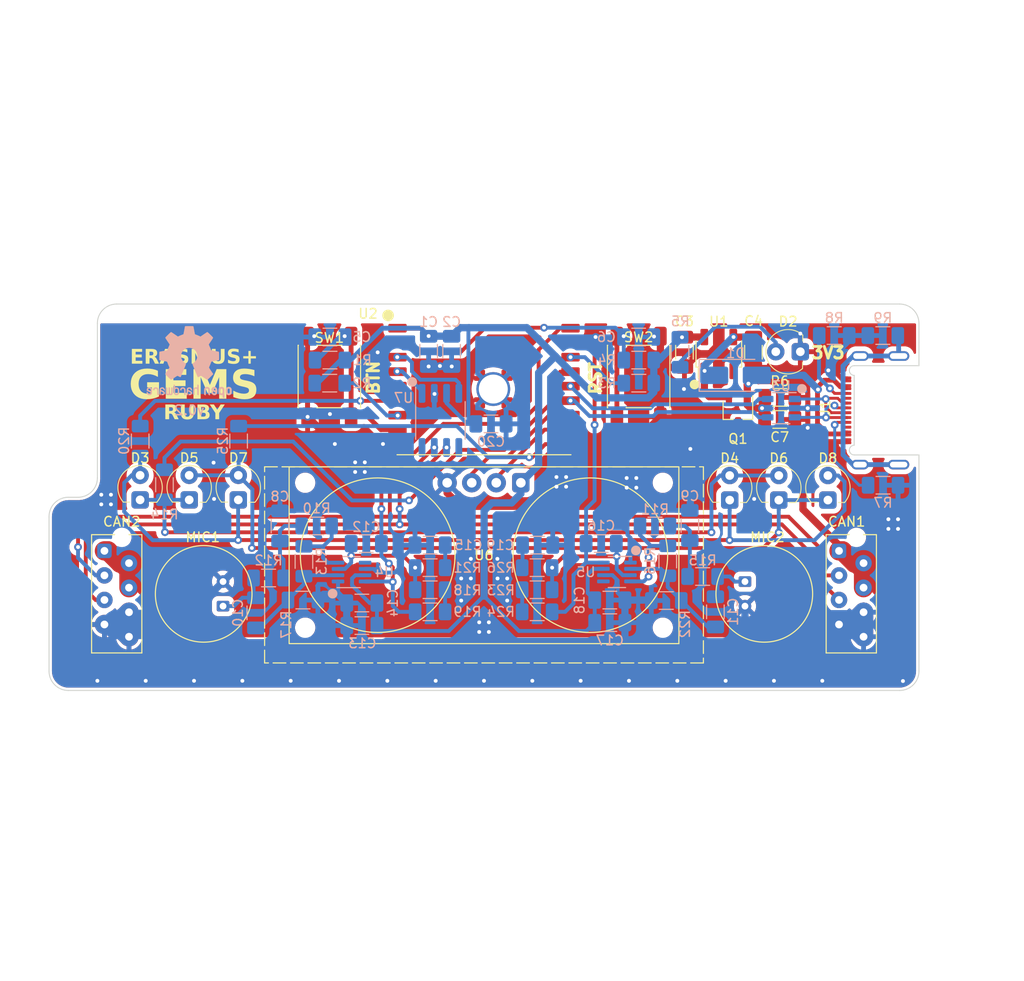
<source format=kicad_pcb>
(kicad_pcb (version 20240108) (generator "pcbnew") (generator_version "8.0")
  (title_block (title "RUBY") (date "2024-03-08") (rev "v0.2") (company "GEMS - Graceful Equalising of Mechatronics Students") (comment 2 "Contact: gasper.skulj@fs.uni-lj.si") (comment 3 "2022-1-SI01-KA220-HED-000087727") (comment 4 "Erasmus+ project KA2: Cooperation partnerships in higher education"))
  (layers (0 "F.Cu" signal) (31 "B.Cu" signal) (34 "B.Paste" user) (35 "F.Paste" user) (36 "B.SilkS" user "B.Silkscreen") (37 "F.SilkS" user "F.Silkscreen") (38 "B.Mask" user) (39 "F.Mask" user) (44 "Edge.Cuts" user))
  (net 0 "")
  (net 1 "GND")
  (net 2 "+3V3")
  (net 3 "Net-(Q1-S)")
  (net 4 "Net-(U2-IO9)")
  (net 5 "Net-(U2-EN)")
  (net 7 "VBUS")
  (net 8 "+BATT")
  (net 9 "Net-(C8-Pad2)")
  (net 11 "Net-(C9-Pad2)")
  (net 12 "/CAN+")
  (net 13 "/CAN-")
  (net 14 "Net-(D2-PadA)")
  (net 15 "Net-(MIC1-+)")
  (net 16 "Net-(U4A--)")
  (net 17 "Net-(U5A--)")
  (net 18 "Net-(J1-CC1)")
  (net 19 "Net-(J1-D--PadA7)")
  (net 20 "Net-(J1-CASE)")
  (net 21 "Net-(J1-CC2)")
  (net 22 "Net-(J1-D+-PadA6)")
  (net 23 "Net-(U2-IO8)")
  (net 24 "Net-(U2-IO2{slash}ADC1_2{slash}FSPIQ)")
  (net 25 "USB_D+")
  (net 26 "USB_D-")
  (net 27 "CAN_RX")
  (net 29 "Net-(MIC2-+)")
  (net 30 "Net-(U4A-+)")
  (net 31 "mic_L")
  (net 32 "Net-(C15-Pad1)")
  (net 34 "CAN_TX")
  (net 35 "Net-(U5A-+)")
  (net 36 "mic_R")
  (net 37 "Net-(C19-Pad1)")
  (net 38 "Net-(D3-PadK)")
  (net 39 "Net-(D3-PadA)")
  (net 40 "Net-(D5-PadA)")
  (net 41 "Net-(U4A-mic_bias)")
  (net 42 "Net-(U5A-mic_bias)")
  (net 43 "LED_A")
  (net 44 "Net-(R18-Pad2)")
  (net 45 "LED_B")
  (net 46 "Net-(R23-Pad2)")
  (net 47 "LED_C")
  (net 48 "US_trig")
  (net 49 "US_echo")
  (footprint "GEMS_library:LED_D3.0mm" (layer "F.Cu") (at 181.4576 84.9376 180)
    (property "Reference" "D2")
    (property "Value" "Green")
  )
  (footprint "GEMS_library:USB-C_MOLEX-216990-0001" (layer "F.Cu") (at 191.75 91 90)
    (property "Reference" "J1")
    (property "Value" "USB_C_USB2.0")
    (fp_line (start 3.62 -3.45) (end -3.62 -3.45) (stroke (width 0.1)) (layer "Edge.Cuts"))
    (fp_line (start 7 3.25) (end 4.62 3.25) (stroke (width 0.1)) (layer "Edge.Cuts"))
    (fp_line (start 4.62 3.25) (end 4.62 -3.45) (stroke (width 0.1)) (layer "Edge.Cuts"))
    (fp_line (start -4.62 3.25) (end -4.62 -3.45) (stroke (width 0.1)) (layer "Edge.Cuts"))
    (fp_line (start -7 3.25) (end -4.62 3.25) (stroke (width 0.1)) (layer "Edge.Cuts"))
    (fp_arc (start 3.62 -3.45) (mid 4.12 -3.95) (end 4.62 -3.45) (stroke (width 0.1)) (layer "Edge.Cuts"))
    (fp_arc (start -4.62 -3.45) (mid -4.12 -3.95) (end -3.62 -3.45) (stroke (width 0.1)) (layer "Edge.Cuts"))
  )
  (footprint "GEMS_library:LED_D3.0mm" (layer "F.Cu") (at 175.419998 99.022302 90)
    (property "Reference" "D4")
    (property "Value" "Yellow")
  )
  (footprint "GEMS_library:C_1206_(3216)" (layer "F.Cu") (at 177.8762 84.9884 -90)
    (property "Reference" "C4")
    (property "Value" "10uF")
  )
  (footprint "GEMS_library:LED_D3.0mm" (layer "F.Cu") (at 180.499998 99.022302 90)
    (property "Reference" "D6")
    (property "Value" "Yellow")
  )
  (footprint "GEMS_library:LED_D3.0mm" (layer "F.Cu") (at 124.579998 99 90)
    (property "Reference" "D7")
    (property "Value" "Yellow")
  )
  (footprint "GEMS_library:LED_D3.0mm" (layer "F.Cu") (at 114.419998 99 90)
    (property "Reference" "D3")
    (property "Value" "Yellow")
  )
  (footprint "GEMS_library:SW_PUSH_6mm_SMD" (layer "F.Cu") (at 166 87.5 -90)
    (property "Reference" "SW2")
    (property "Value" "RST")
  )
  (footprint "GEMS_library:ESP32-C3-WROOM-02" (layer "F.Cu") (at 150 88.5)
    (property "Reference" "U2")
    (property "Value" "ESP32-C3")
  )
  (footprint "GEMS_library:CMA-4544PF-W" (layer "F.Cu") (at 179 110 -90)
    (property "Reference" "MIC2")
    (property "Value" "CMA-4544PF-W")
  )
  (footprint "GEMS_library:C_1206_(3216)" (layer "F.Cu") (at 180.594 91.948)
    (property "Reference" "C7")
    (property "Value" "0.1uF")
  )
  (footprint "GEMS_library:SOT-23" (layer "F.Cu") (at 176.2887 90.9955 -90)
    (property "Reference" "Q1")
    (property "Value" "DMG2305UX-13")
  )
  (footprint "GEMS_library:IDC8_Micro-MaTch" (layer "F.Cu") (at 112 110)
    (property "Reference" "CAN2")
    (property "Value" "CAN_connector")
  )
  (footprint "GEMS_library:LED_D3.0mm" (layer "F.Cu") (at 185.579998 99.022302 90)
    (property "Reference" "D8")
    (property "Value" "Yellow")
  )
  (footprint "GEMS_library:C_1206_(3216)" (layer "F.Cu") (at 170.7388 84.9884 -90)
    (property "Reference" "C3")
    (property "Value" "10uF")
  )
  (footprint "GEMS_library:RCWL-1601" (layer "F.Cu") (at 150 106 180)
    (property "Reference" "U6")
    (property "Value" "RCWL-1601")
  )
  (footprint "GEMS_library:SW_PUSH_6mm_SMD" (layer "F.Cu") (at 134 87.5 -90)
    (property "Reference" "SW1")
    (property "Value" "BTN")
  )
  (footprint "GEMS_library:LED_D3.0mm" (layer "F.Cu") (at 119.499998 99 90)
    (property "Reference" "D5")
    (property "Value" "Yellow")
  )
  (footprint "GEMS_library:IDC8_Micro-MaTch" (layer "F.Cu") (at 188 110)
    (property "Reference" "CAN1")
    (property "Value" "CAN_connector")
  )
  (footprint "GEMS_library:SOT-89-5" (layer "F.Cu") (at 174.2934 85.1688)
    (property "Reference" "U1")
    (property "Value" "R1170H331B")
  )
  (footprint "GEMS_library:R_1206_(3216)" (layer "F.Cu") (at 180.6077 89.662)
    (property "Reference" "R6")
    (property "Value" "100k")
  )
  (footprint "GEMS_library:CMA-4544PF-W" (layer "F.Cu") (at 121 110 90)
    (property "Reference" "MIC1")
    (property "Value" "CMA-4544PF-W")
  )
  (footprint "GEMS_library:C_1206_(3216)" (layer "B.Cu") (at 146.6473 84.8991 -90)
    (property "Reference" "C2")
    (property "Value" "0.1uF")
  )
  (footprint "GEMS_library:C_1206_(3216)" (layer "B.Cu") (at 163.0172 112.9792 180)
    (property "Reference" "C17")
    (property "Value" "10uF")
  )
  (footprint "GEMS_library:C_1206_(3216)" (layer "B.Cu") (at 134.0612 83.4136 180)
    (property "Reference" "C5")
    (property "Value" "0.1uF")
  )
  (footprint "GEMS_library:DO-214_(SMA)" (layer "B.Cu") (at 176.022 87.376)
    (property "Reference" "D1")
    (property "Value" "XBS306")
  )
  (footprint "GEMS_library:R_1206_(3216)" (layer "B.Cu") (at 124.6124 94.1832 -90)
    (property "Reference" "R25")
    (property "Value" "47")
  )
  (footprint "Symbol:OSHW-Logo2_9.8x8mm_SilkScreen" (layer "B.Cu") (at 119.5 86 180)
    (property "Reference" "REF**" (hide yes))
    (property "Value" "OSHW-Logo2_9.8x8mm_SilkScreen" (hide yes))
  )
  (footprint "GEMS_library:R_1206_(3216)" (layer "B.Cu") (at 127.7112 108.3564 180)
    (property "Reference" "R12")
    (property "Value" "2K")
  )
  (footprint "GEMS_library:C_1206_(3216)" (layer "B.Cu") (at 137.3632 110.9472)
    (property "Reference" "C14")
    (property "Value" "0.1uF")
  )
  (footprint "GEMS_library:C_1206_(3216)" (layer "B.Cu") (at 137.8204 104.8004)
    (property "Reference" "C12")
    (property "Value" "100pF")
  )
  (footprint "GEMS_library:R_1206_(3216)" (layer "B.Cu") (at 172.6184 108.204)
    (property "Reference" "R15")
    (property "Value" "2K")
  )
  (footprint "GEMS_library:R_1206_(3216)" (layer "B.Cu") (at 170.2816 84.9884 -90)
    (property "Reference" "R5")
    (property "Value" "240")
  )
  (footprint "GEMS_library:R_1206_(3216)" (layer "B.Cu") (at 186.2316 83.2612)
    (property "Reference" "R8")
    (property "Value" "5.1k")
  )
  (footprint "GEMS_library:R_1206_(3216)" (layer "B.Cu") (at 155.4988 111.8616)
    (property "Reference" "R24")
    (property "Value" "100k")
  )
  (footprint "GEMS_library:R_1206_(3216)" (layer "B.Cu") (at 131.3688 106.6292 -90)
    (property "Reference" "R13")
    (property "Value" "1M")
  )
  (footprint "GEMS_library:R_1206_(3216)" (layer "B.Cu") (at 155.4988 107.2896 180)
    (property "Reference" "R26")
    (property "Value" "1k")
  )
  (footprint "GEMS_library:SOT-23-8" (layer "B.Cu") (at 136.2964 107.7468)
    (property "Reference" "U4")
    (property "Value" "MAX4468")
  )
  (footprint "GEMS_library:C_1206_(3216)" (layer "B.Cu") (at 144.272 84.8991 -90)
    (property "Reference" "C1")
    (property "Value" "10uF")
  )
  (footprint "GEMS_library:R_1206_(3216)" (layer "B.Cu") (at 144.4244 109.5756)
    (property "Reference" "R18")
    (property "Value" "22k")
  )
  (footprint "GEMS_library:R_1206_(3216)" (layer "B.Cu") (at 166.0144 85.8012 180)
    (property "Reference" "R4")
    (property "Value" "100k")
  )
  (footprint "GEMS_library:C_1206_(3216)" (layer "B.Cu") (at 171.2976 102.9208 -90)
    (property "Reference" "C9")
    (property "Value" "0.1uF")
  )
  (footprint "GEMS_library:SOT-23-6" (layer "B.Cu") (at 180.7464 90.7796 180)
    (property "Reference" "U3")
    (property "Value" "USBLC6-2SC6")
  )
  (footprint "GEMS_library:R_1206_(3216)" (layer "B.Cu") (at 155.4988 109.5756 180)
    (property "Reference" "R23")
    (property "Value" "22k")
  )
  (footprint "GEMS_library:C_1206_(3216)" (layer "B.Cu") (at 163.0172 110.6424 180)
    (property "Reference" "C18")
    (property "Value" "0.1uF")
  )
  (footprint "GEMS_library:R_1206_(3216)" (layer "B.Cu") (at 166.0144 88.1888 180)
    (property "Reference" "R3")
    (property "Value" "100k")
  )
  (footprint "GEMS_library:R_1206_(3216)" (layer "B.Cu") (at 167.6908 102.9716)
    (property "Reference" "R11")
    (property "Value" "2k")
  )
  (footprint "GEMS_library:R_1206_(3216)" (layer "B.Cu") (at 191.262 83.2612 180)
    (property "Reference" "R9")
    (property "Value" "1M")
  )
  (footprint "GEMS_library:R_1206_(3216)" (layer "B.Cu") (at 116.9416 98.7044 -90)
    (property "Reference" "R14")
    (property "Value" "47")
  )
  (footprint "GEMS_library:R_1206_(3216)" (layer "B.Cu") (at 168.8592 110.6932 180)
    (property "Reference" "R22")
    (property "Value" "570k")
  )
  (footprint "GEMS_library:R_1206_(3216)" (layer "B.Cu") (at 114.4276 94.1832 -90)
    (property "Reference" "R20")
    (property "Value" "47")
  )
  (footprint "GEMS_library:C_1206_(3216)" (layer "B.Cu") (at 162.1252 104.7906 180)
    (property "Reference" "C16")
    (property "Value" "100pF")
  )
  (footprint "GEMS_library:C_1206_(3216)" (layer "B.Cu") (at 173.9392 111.8616 -90)
    (property "Reference" "C11")
    (property "Value" "0.01uF")
  )
  (footprint "GEMS_library:R_1206_(3216)" (layer "B.Cu") (at 144.4244 111.8616 180)
    (property "Reference" "R19")
    (property "Value" "100k")
  )
  (footprint "GEMS_library:C_1206_(3216)" (layer "B.Cu") (at 128.8919 102.9716 -90)
    (property "Reference" "C8")
    (property "Value" "0.1uF")
  )
  (footprint "GEMS_library:R_1206_(3216)" (layer "B.Cu") (at 131.2672 110.6424)
    (property "Reference" "R17")
    (property "Value" "570k")
  )
  (footprint "GEMS_library:R_1206_(3216)" (layer "B.Cu") (at 132.6896 102.9716 180)
    (property "Reference" "R10")
    (property "Value" "2k")
  )
  (footprint "GEMS_library:R_1206_(3216)" (layer "B.Cu") (at 169.0116 106.5784 -90)
    (property "Reference" "R16")
    (property "Value" "1M")
  )
  (footprint "GEMS_library:C_1206_(3216)" (layer "B.Cu") (at 155.5496 104.9528)
    (property "Reference" "C19")
    (property "Value" "10uF")
  )
  (footprint "GEMS_library:C_1206_(3216)" (layer "B.Cu") (at 144.4244 104.9528 180)
    (property "Reference" "C15")
    (property "Value" "10uF")
  )
  (footprint "GEMS_library:SOT-23-8" (layer "B.Cu") (at 163.7508 107.737 180)
    (property "Reference" "U5")
    (property "Value" "MAX4468")
  )
  (footprint "GEMS_library:C_1206_(3216)" (layer "B.Cu") (at 166 83.4136)
    (property "Reference" "C6")
    (property "Value" "0.1uF")
  )
  (footprint "GEMS_library:C_1206_(3216)" (layer "B.Cu") (at 137.3632 113.284)
    (property "Reference" "C13")
    (property "Value" "10uF")
  )
  (footprint "GEMS_library:C_1206_(3216)" (layer "B.Cu") (at 126.3904 111.9632 -90)
    (property "Reference" "C10")
    (property "Value" "0.01uF")
  )
  (footprint "GEMS_library:R_1206_(3216)" (layer "B.Cu") (at 134.0612 85.8012 180)
    (property "Reference" "R1")
    (property "Value" "100k")
  )
  (footprint "GEMS_library:R_1206_(3216)" (layer "B.Cu") (at 144.4244 107.2896)
    (property "Reference" "R21")
    (property "Value" "1k")
  )
  (footprint "GEMS_library:R_1206_(3216)" (layer "B.Cu") (at 191.2868 98.7552)
    (property "Reference" "R7")
    (property "Value" "5.1k")
  )
  (footprint "GEMS_library:C_1206_(3216)" (layer "B.Cu") (at 150.7236 92.4052)
    (property "Reference" "C20")
    (property "Value" "0.1uF")
  )
  (footprint "GEMS_library:R_1206_(3216)" (layer "B.Cu") (at 134.0364 88.1888)
    (property "Reference" "R2")
    (property "Value" "100k")
  )
  (footprint "GEMS_library:SOIC-8" (layer "B.Cu") (at 145.4912 92.0496 -90)
    (property "Reference" "U7")
    (property "Value" "TCAN332DR")
  )
  (gr_line (start 112 80) (end 193 80) (stroke (width 0.1)) (layer "Edge.Cuts"))
  (gr_line (start 195 82) (end 195 84) (stroke (width 0.1)) (layer "Edge.Cuts"))
  (gr_arc (start 105 102) (mid 105.585786 100.585786) (end 107 100) (stroke (width 0.1)) (layer "Edge.Cuts"))
  (gr_line (start 193 120) (end 107 120) (stroke (width 0.1)) (layer "Edge.Cuts"))
  (gr_line (start 110 98) (end 110 82) (stroke (width 0.1)) (layer "Edge.Cuts"))
  (gr_line (start 107 100) (end 108 100) (stroke (width 0.1)) (layer "Edge.Cuts"))
  (gr_line (start 195 118) (end 195 98) (stroke (width 0.1)) (layer "Edge.Cuts"))
  (gr_arc (start 107 120) (mid 105.585786 119.414214) (end 105 118) (stroke (width 0.1)) (layer "Edge.Cuts"))
  (gr_arc (start 195 118) (mid 194.414214 119.414214) (end 193 120) (stroke (width 0.1)) (layer "Edge.Cuts"))
  (gr_arc (start 110 82) (mid 110.585786 80.585786) (end 112 80) (stroke (width 0.1)) (layer "Edge.Cuts"))
  (gr_arc (start 110 98) (mid 109.414214 99.414214) (end 108 100) (stroke (width 0.1)) (layer "Edge.Cuts"))
  (gr_line (start 105 118) (end 105 102) (stroke (width 0.1)) (layer "Edge.Cuts"))
  (gr_arc (start 193 80) (mid 194.414214 80.585786) (end 195 82) (stroke (width 0.1)) (layer "Edge.Cuts"))
  (gr_text "v0.2" (at 119.5 91 0) (layer "B.SilkS") (effects (font (size 1 1)) (justify mirror)))
  (gr_text "3V3" (at 183.75 85.75 0) (layer "F.SilkS") (effects (font (size 1.2 1.2) (thickness 0.3) (bold yes)) (justify left bottom)))
  (gr_text "BTN" (at 139.25 89.5 90) (layer "F.SilkS") (effects (font (size 1.2 1.2) (thickness 0.3) (bold yes)) (justify left bottom)))
  (gr_text "ERASMUS+" (at 120 85.5508 0) (layer "F.SilkS") (effects (font (size 1.5 1.5) (thickness 0.2) (bold yes))))
  (gr_text "RUBY" (at 120 91.3008 0) (layer "F.SilkS") (effects (font (size 1.5 1.5) (thickness 0.2) (bold yes))))
  (gr_text "RST" (at 162.25 89.5 90) (layer "F.SilkS") (effects (font (size 1.2 1.2) (thickness 0.3) (bold yes)) (justify left bottom)))
  (gr_text "GEMS" (at 120 88.5508 0) (layer "F.SilkS") (effects (font (size 3 3) (thickness 0.4) (bold yes))))
  (segment (start 168.25 91.675) (end 159.3596 100.5654) (width 0.75) (layer "F.Cu") (net 1))
  (segment (start 183.5404 88.392) (end 185.0644 86.868) (width 0.5) (layer "F.Cu") (net 1))
  (segment (start 187.1472 94.2848) (end 187.1472 94.1324) (width 0.3) (layer "F.Cu") (net 1))
  (segment (start 112 113.17) (end 113.27 114.44) (width 2) (layer "F.Cu") (net 1))
  (segment (start 178.7013 87.376) (end 177.8762 86.5509) (width 0.75) (layer "F.Cu") (net 1))
  (segment (start 159.3596 100.5654) (end 159.3596 100.584) (width 0.75) (layer "F.Cu") (net 1))
  (segment (start 132.4356 83.325) (end 131.75 83.325) (width 0.5) (layer "F.Cu") (net 1))
  (segment (start 187.6 87.65) (end 187.178 87.65) (width 0.3) (layer "F.Cu") (net 1))
  (segment (start 183.4896 88.4428) (end 183.4896 89.662) (width 0.5) (layer "F.Cu") (net 1))
  (segment (start 183.4896 90.7796) (end 182.1577 90.7796) (width 0.5) (layer "F.Cu") (net 1))
  (segment (start 148.844 100.584) (end 147.2184 100.584) (width 0.75) (layer "F.Cu") (net 1))
  (segment (start 168.2122 83.3628) (end 168.25 83.325) (width 0.5) (layer "F.Cu") (net 1))
  (segment (start 183.5404 88.392) (end 183.4896 88.4428) (width 0.5) (layer "F.Cu") (net 1))
  (segment (start 182.1577 90.7796) (end 182.1577 91.9468) (width 0.5) (layer "F.Cu") (net 1))
  (segment (start 182.1577 91.9468) (end 182.1565 91.948) (width 0.5) (layer "F.Cu") (net 1))
  (segment (start 183.4896 92.8116) (end 184.912 94.234) (width 0.5) (layer "F.Cu") (net 1))
  (segment (start 187.2124 94.35) (end 187.1472 94.2848) (width 0.3) (layer "F.Cu") (net 1))
  (segment (start 185.0644 86.868) (end 185.6232 86.868) (width 0.5) (layer "F.Cu") (net 1))
  (segment (start 168.25 86.5124) (end 168.25 83.325) (width 0.75) (layer "F.Cu") (net 1))
  (segment (start 182.1577 89.662) (end 182.1577 90.7796) (width 0.5) (layer "F.Cu") (net 1))
  (segment (start 187.2132 87.95) (end 187.6 87.95) (width 0.3) (layer "F.Cu") (net 1))
  (segment (start 177.8762 86.5509) (end 176.4941 85.1688) (width 0.75) (layer "F.Cu") (net 1))
  (segment (start 147.2184 100.584) (end 146.19 99.5556) (width 0.75) (layer "F.Cu") (net 1))
  (segment (start 168.25 91.675) (end 168.25 91.8976) (width 0.75) (layer "F.Cu") (net 1))
  (segment (start 170.7388 86.5509) (end 168.2885 86.5509) (width 0.75) (layer "F.Cu") (net 1))
  (segment (start 155.9052 100.584) (end 148.844 100.584) (width 0.75) (layer "F.Cu") (net 1))
  (segment (start 185.6232 86.868) (end 186.1652 86.868) (width 0.5) (layer "F.Cu") (net 1))
  (segment (start 187.2296 94.05) (end 187.6 94.05) (width 0.3) (layer "F.Cu") (net 1))
  (segment (start 187.1472 94.1324) (end 187.2296 94.05) (width 0.3) (layer "F.Cu") (net 1))
  (segment (start 188 113.17) (end 186.73 113.17) (width 2) (layer "F.Cu") (net 1))
  (segment (start 187.1472 87.6808) (end 187.1472 87.884) (width 0.3) (layer "F.Cu") (net 1))
  (segment (start 183.4896 89.662) (end 182.1577 89.662) (width 0.5) (layer "F.Cu") (net 1))
  (segment (start 168.2885 86.5509) (end 168.25 86.5124) (width 0.75) (layer "F.Cu") (net 1))
  (segment (start 139.5476 94.488) (end 134.5692 94.488) (width 0.75) (layer "F.Cu") (net 1))
  (segment (start 113.27 111.9) (end 113.27 114.44) (width 2) (layer "F.Cu") (net 1))
  (segment (start 187.178 87.65) (end 187.1472 87.6808) (width 0.3) (layer "F.Cu") (net 1))
  (segment (start 131.75 83.325) (end 131.75 91.675) (width 0.5) (layer "F.Cu") (net 1))
  (segment (start 187.6 94.35) (end 187.2124 94.35) (width 0.3) (layer "F.Cu") (net 1))
  (segment (start 172.1209 85.1688) (end 170.7388 86.5509) (width 0.75) (layer "F.Cu") (net 1))
  (segment (start 146.19 99.5556) (end 146.19 98.5) (width 0.75) (layer "F.Cu") (net 1))
  (segment (start 186.1652 86.868) (end 187.1472 87.85) (width 0.5) (layer "F.Cu") (net 1))
  (segment (start 183.0832 87.376) (end 178.7013 87.376) (width 0.75) (layer "F.Cu") (net 1))
  (segment (start 187.1472 87.884) (end 187.2132 87.95) (width 0.3) (layer "F.Cu") (net 1))
  (segment (start 159.3596 100.584) (end 159.341 100.584) (width 0.75) (layer "F.Cu") (net 1))
  (segment (start 189.27 111.9) (end 189.27 114.44) (width 2) (layer "F.Cu") (net 1))
  (segment (start 174.2934 85.1688) (end 172.1209 85.1688) (width 0.75) (layer "F.Cu") (net 1))
  (segment (start 168.25 91.8976) (end 171.3484 94.996) (width 0.75) (layer "F.Cu") (net 1))
  (segment (start 189.27 111.9) (end 188 113.17) (width 2) (layer "F.Cu") (net 1))
  (segment (start 183.5912 87.884) (end 183.0832 87.376) (width 0.75) (layer "F.Cu") (net 1))
  (segment (start 183.4896 92.8116) (end 183.4896 88.4428) (width 0.5) (layer "F.Cu") (net 1))
  (segment (start 184.912 94.234) (end 187.0964 94.234) (width 0.5) (layer "F.Cu") (net 1))
  (segment (start 112 113.17) (end 113.27 111.9) (width 2) (layer "F.Cu") (net 1))
  (segment (start 159.341 100.584) (end 157.734 100.584) (width 0.75) (layer "F.Cu") (net 1))
  (segment (start 168.25 91.675) (end 168.25 86.5124) (width 0.75) (layer "F.Cu") (net 1))
  (segment (start 110.73 113.17) (end 112 113.17) (width 2) (layer "F.Cu") (net 1))
  (segment (start 159.341 100.584) (end 159.341 100.584) (width 0.75) (layer "F.Cu") (net 1))
  (segment (start 176.4941 85.1688) (end 174.2934 85.1688) (width 0.75) (layer "F.Cu") (net 1))
  (segment (start 167.5892 83.3628) (end 168.2122 83.3628) (width 0.5) (layer "F.Cu") (net 1))
  (segment (start 189.27 114.44) (end 188 113.17) (width 2) (layer "F.Cu") (net 1))
  (segment (start 134.5692 94.488) (end 134.563 94.488) (width 0.75) (layer "F.Cu") (net 1))
  (segment (start 157.6324 100.584) (end 155.9052 100.584) (width 0.75) (layer "F.Cu") (net 1))
  (segment (start 141.038 94.488) (end 141.05 94.5) (width 0.75) (layer "F.Cu") (net 1))
  (segment (start 139.5476 94.488) (end 141.038 94.488) (width 0.75) (layer "F.Cu") (net 1))
  (segment (start 134.563 94.488) (end 131.75 91.675) (width 0.75) (layer "F.Cu") (net 1))
  (via (at 139 85) (size 0.8) (drill 0.4) (layers "F.Cu" "B.Cu") (net 1))
  (via (at 110.4044 99.7364) (size 0.8) (drill 0.4) (layers "F.Cu" "B.Cu") (net 1))
  (via (at 150 119) (size 0.8) (drill 0.4) (layers "F.Cu" "B.Cu") (net 1))
  (via (at 146.6596 86.4616) (size 0.8) (drill 0.4) (layers "F.Cu" "B.Cu") (net 1))
  (via (at 134.5692 94.488) (size 0.8) (drill 0.4) (layers "F.Cu" "B.Cu") (net 1))
  (via (at 137.668 96.3836) (size 0.8) (drill 0.4) (layers "F.Cu" "B.Cu") (net 1))
  (via (at 170.688 88.7984) (size 0.8) (drill 0.4) (layers "F.Cu" "B.Cu") (net 1))
  (via (at 145.4404 86.4108) (size 0.8) (drill 0.4) (layers "F.Cu" "B.Cu") (net 1))
  (via (at 132.4356 83.325) (size 0.8) (drill 0.4) (layers "F.Cu" "B.Cu") (net 1))
  (via (at 145 119) (size 0.8) (drill 0.4) (layers "F.Cu" "B.Cu") (net 1))
  (via (at 136.668 97.3836) (size 0.8) (drill 0.4) (layers "F.Cu" "B.Cu") (net 1))
  (via (at 111.4044 99.7364) (size 0.8) (drill 0.4) (layers "F.Cu" "B.Cu") (net 1))
  (via (at 147.6408 108.4072) (size 0.8) (drill 0.4) (layers "F.Cu" "B.Cu") (net 1))
  (via (at 136.668 96.3836) (size 0.8) (drill 0.4) (layers "F.Cu" "B.Cu") (net 1))
  (via (at 151.384 106.3752) (size 0.8) (drill 0.4) (layers "F.Cu" "B.Cu") (net 1))
  (via (at 111.4044 100.7364) (size 0.8) (drill 0.4) (layers "F.Cu" "B.Cu") (net 1))
  (via (at 130 119) (size 0.8) (drill 0.4) (layers "F.Cu" "B.Cu") (net 1))
  (via (at 135 119) (size 0.8) (drill 0.4) (layers "F.Cu" "B.Cu") (net 1))
  (via (at 183.4896 90.7796) (size 0.8) (drill 0.4) (layers "F.Cu" "B.Cu") (net 1))
  (via (at 148.6408 106.3752) (size 0.8) (drill 0.4) (layers "F.Cu" "B.Cu") (net 1))
  (via (at 164.7604 98.0092) (size 0.8) (drill 0.4) (layers "F.Cu" "B.Cu") (net 1))
  (via (at 171.3484 94.996) (size 0.8) (drill 0.4) (layers "F.Cu" "B.Cu") (net 1))
  (via (at 157.496 98.9076) (size 0.8) (drill 0.4) (layers "F.Cu" "B.Cu") (net 1))
  (via (at 125 119) (size 0.8) (drill 0.4) (layers "F.Cu" "B.Cu") (net 1))
  (via (at 192.8368 102.2764) (size 0.8) (drill 0.4) (layers "F.Cu" "B.Cu") (net 1))
  (via (at 165.7604 98.0092) (size 0.8) (drill 0.4) (layers "F.Cu" "B.Cu") (net 1))
  (via (at 150.5044 112.9444) (size 0.8) (drill 0.4) (layers "F.Cu" "B.Cu") (net 1))
  (via (at 182.7276 83.058) (size 0.8) (drill 0.4) (layers "F.Cu" "B.Cu") (net 1))
  (via (at 192.8368 103.2764) (size 0.8) (drill 0.4) (layers "F.Cu" "B.Cu") (net 1))
  (via (at 193.3448 119.0244) (size 0.8) (drill 0.4) (layers "F.Cu" "B.Cu") (net 1))
  (via (at 164.7604 99.0092) (size 0.8) (drill 0.4) (layers "F.Cu" "B.Cu") (net 1))
  (via (at 170 119) (size 0.8) (drill 0.4) (layers "F.Cu" "B.Cu") (net 1))
  (via (at 115 119) (size 0.8) (drill 0.4) (layers "F.Cu" "B.Cu") (net 1))
  (via (at 139.5476 94.488) (size 0.8) (drill 0.4) (layers "F.Cu" "B.Cu") (net 1))
  (via (at 160 119) (size 0.8) (drill 0.4) (layers "F.Cu" "B.Cu") (net 1))
  (via (at 110.4044 100.7364) (size 0.8) (drill 0.4) (layers "F.Cu" "B.Cu") (net 1))
  (via (at 150.5044 113.9444) (size 0.8) (drill 0.4) (layers "F.Cu" "B.Cu") (net 1))
  (via (at 152.4 110.6932) (size 0.8) (drill 0.4) (layers "F.Cu" "B.Cu") (net 1))
  (via (at 134.0612 91.3892) (size 0.8) (drill 0.4) (layers "F.Cu" "B.Cu") (net 1))
  (via (at 165 119) (size 0.8) (drill 0.4) (layers "F.Cu" "B.Cu") (net 1))
  (via (at 148.6408 108.4072) (size 0.8) (drill 0.4) (layers "F.Cu" "B.Cu") (net 1))
  (via (at 158.496 98.9076) (size 0.8) (drill 0.4) (layers "F.Cu" "B.Cu") (net 1))
  (via (at 177.9524 100.1776) (size 0.8) (drill 0.4) (layers "F.Cu" "B.Cu") (net 1))
  (via (at 191.8368 103.2764) (size 0.8) (drill 0.4) (layers "F.Cu" "B.Cu") (net 1))
  (via (at 110 119) (size 0.8) (drill 0.4) (layers "F.Cu" "B.Cu") (net 1))
  (via (at 175 119) (size 0.8) (drill 0.4) (layers "F.Cu" "B.Cu") (net 1))
  (via (at 183.4896 92.8116) (size 0.8) (drill 0.4) (layers "F.Cu" "B.Cu") (net 1))
  (via (at 167.5892 83.3628) (size 0.8) (drill 0.4) (layers "F.Cu" "B.Cu") (net 1))
  (via (at 122.0216 96.4184) (size 0.8) (drill 0.4) (layers "F.Cu" "B.Cu") (net 1))
  (via (at 151.4 108.4072) (size 0.8) (drill 0.4) (layers "F.Cu" "B.Cu") (net 1))
  (via (at 144.8816 89.3064) (size 0.8) (drill 0.4) (layers "F.Cu" "B.Cu") (net 1))
  (via (at 165.7604 99.0092) (size 0.8) (drill 0.4) (layers "F.Cu" "B.Cu") (net 1))
  (via (at 149.5044 112.9444) (size 0.8) (drill 0.4) (layers "F.Cu" "B.Cu") (net 1))
  (via (at 147.6408 110.6932) (size 0.8) (drill 0.4) (layers "F.Cu" "B.Cu") (net 1))
  (via (at 191.8368 102.2764) (size 0.8) (drill 0.4) (layers "F.Cu" "B.Cu") (net 1))
  (via (at 155 119) (size 0.8) (drill 0.4) (layers "F.Cu" "B.Cu") (net 1))
  (via (at 180 119) (size 0.8) (drill 0.4) (layers "F.Cu" "B.Cu") (net 1))
  (via (at 137.668 97.3836) (size 0.8) (drill 0.4) (layers "F.Cu" "B.Cu") (net 1))
  (via (at 149.5044 113.9444) (size 0.8) (drill 0.4) (layers "F.Cu" "B.Cu") (net 1))
  (via (at 144.272 86.4616) (size 0.8) (drill 0.4) (layers "F.Cu" "B.Cu") (net 1))
  (via (at 185 119) (size 0.8) (drill 0.4) (layers "F.Cu" "B.Cu") (net 1))
  (via (at 131.75 91.675) (size 0.8) (drill 0.4) (layers "F.Cu" "B.Cu") (net 1))
  (via (at 161.544 83.4136) (size 0.8) (drill 0.4) (layers "F.Cu" "B.Cu") (net 1))
  (via (at 140 119) (size 0.8) (drill 0.4) (layers "F.Cu" "B.Cu") (net 1))
  (via (at 158.496 97.9076) (size 0.8) (drill 0.4) (layers "F.Cu" "B.Cu") (net 1))
  (via (at 152.4 108.4072) (size 0.8) (drill 0.4) (layers "F.Cu" "B.Cu") (net 1))
  (via (at 120 119) (size 0.8) (drill 0.4) (layers "F.Cu" "B.Cu") (net 1))
  (via (at 122.0724 100.1776) (size 0.8) (drill 0.4) (layers "F.Cu" "B.Cu") (net 1))
  (via (at 185.6232 86.868) (size 0.8) (drill 0.4) (layers "F.Cu" "B.Cu") (net 1))
  (via (at 157.496 97.9076) (size 0.8) (drill 0.4) (layers "F.Cu" "B.Cu") (net 1))
  (segment (start 165.1508 104.1908) (end 164.846 103.886) (width 0.4) (layer "B.Cu") (net 1))
  (segment (start 138.573629 107.4218) (end 138.949429 107.7976) (width 0.4) (layer "B.Cu") (net 1))
  (segment (start 145.3896 86.4616) (end 145.4404 86.4108) (width 0.5) (layer "B.Cu") (net 1))
  (segment (start 187.99 113.18) (end 188 113.17) (width 3) (layer "B.Cu") (net 1))
  (segment (start 182.7276 83.058) (end 182.7276 84.9376) (width 0.5) (layer "B.Cu") (net 1))
  (segment (start 141.1732 97.028) (end 144.718 97.028) (width 0.75) (layer "B.Cu") (net 1))
  (segment (start 125.500255 106.229745) (end 126.434255 106.229745) (width 0.75) (layer "B.Cu") (net 1))
  (segment (start 164.5797 110.6424) (end 164.5797 112.9792) (width 0.75) (layer "B.Cu") (net 1))
  (segment (start 141.1732 107.3912) (end 141.1732 106.6415) (width 0.4) (layer "B.Cu") (net 1))
  (segment (start 171.3484 101.3075) (end 171.2976 101.3583) (width 0.75) (layer "B.Cu") (net 1))
  (segment (start 145.4404 86.4108) (end 145.4912 86.4616) (width 0.5) (layer "B.Cu") (net 1))
  (segment (start 144.272 86.4616) (end 145.3896 86.4616) (width 0.75) (layer "B.Cu") (net 1))
  (segment (start 112 113.17) (end 113.27 111.9) (width 2) (layer "B.Cu") (net 1))
  (segment (start 115.202 113.17) (end 116.8908 114.8588) (width 3) (layer "B.Cu") (net 1))
  (segment (start 127 102.2096) (end 127.8005 101.4091) (width 0.75) (layer "B.Cu") (net 1))
  (segment (start 134.8964 108.7218) (end 134.8964 109.7056) (width 0.4) (layer "B.Cu") (net 1))
  (segment (start 141.1732 106.6415) (end 142.8619 104.9528) (width 0.4) (layer "B.Cu") (net 1))
  (segment (start 112 113.17) (end 115.202 113.17) (width 3) (layer "B.Cu") (net 1))
  (segment (start 189.27 111.9) (end 189.27 113.5) (width 2) (layer "B.Cu") (net 1))
  (segment (start 123 108.73) (end 116.8908 114.8392) (width 0.75) (layer "B.Cu") (net 1))
  (segment (start 127.8005 101.4091) (end 128.8919 101.4091) (width 0.75) (layer "B.Cu") (net 1))
  (segment (start 116.8908 114.8588) (end 118.532 116.5) (width 3) (layer "B.Cu") (net 1))
  (segment (start 188 113.17) (end 186.73 113.17) (width 2) (layer "B.Cu") (net 1))
  (segment (start 140.7668 107.7976) (end 141.1732 107.3912) (width 0.4) (layer "B.Cu") (net 1))
  (segment (start 134.5591 110.0429) (end 133.5753 110.0429) (width 0.4) (layer "B.Cu") (net 1))
  (segment (start 163.83 109.8927) (end 164.5797 110.6424) (width 0.4) (layer "B.Cu") (net 1))
  (segment (start 137.6964 107.4218) (end 138.573629 107.4218) (width 0.4) (layer "B.Cu") (net 1))
  (segment (start 163.83 108.6104) (end 163.83 109.8927) (width 0.4) (layer "B.Cu") (net 1))
  (segment (start 164.5797 110.6424) (end 167.2584 110.6424) (width 0.75) (layer "B.Cu") (net 1))
  (segment (start 118.532 116.5) (end 135.8392 116.5) (width 3) (layer "B.Cu") (net 1))
  (segment (start 185.673755 113.18) (end 187.99 113.18) (width 3) (layer "B.Cu") (net 1))
  (segment (start 133.4167 110.0429) (end 134.8964 110.0429) (width 0.75) (layer "B.Cu") (net 1))
  (segment (start 139.5476 95.4024) (end 141.1732 97.028) (width 0.75) (layer "B.Cu") (net 1))
  (segment (start 135.8007 110.9472) (end 135.8007 113.284) (width 0.75) (layer "B.Cu") (net 1))
  (segment (start 164.846 103.886) (end 164.846 102.315234) (width 0.4) (layer "B.Cu") (net 1))
  (segment (start 165.1508 106.762) (end 165.1508 104.1908) (width 0.4) (layer "B.Cu") (net 1))
  (segment (start 134.8964 110.0429) (end 135.8007 110.9472) (width 0.75) (layer "B.Cu") (net 1))
  (segment (start 167.2584 110.6424) (end 167.3092 110.6932) (width 0.4) (layer "B.Cu") (net 1))
  (segment (start 144.718 97.028) (end 146.19 98.5) (width 0.75) (layer "B.Cu") (net 1))
  (segment (start 139.5476 94.488) (end 139.5476 95.4024) (width 0.75) (layer "B.Cu") (net 1))
  (segment (start 189.27 111.9) (end 188 113.17) (width 2) (layer "B.Cu") (net 1))
  (segment (start 126.434255 106.229745) (end 127 105.664) (width 0.75) (layer "B.Cu") (net 1))
  (segment (start 187.7816 83.2612) (end 189.712 83.2612) (width 0.5) (layer "B.Cu") (net 1))
  (segment (start 132.8172 110.6424) (end 133.4167 110.0429) (width 0.75) (layer "B.Cu") (net 1))
  (segment (start 135.8007 113.284) (end 135.8007 116.4615) (width 0.75) (layer "B.Cu") (net 1))
  (segment (start 123 108.73) (end 125.500255 106.229745) (width 0.75) (layer "B.Cu") (net 1))
  (segment (start 187.7816 83.846) (end 187.7816 83.2612) (width 0.5) (layer "B.Cu") (net 1))
  (segment (start 188.94 113.17) (end 189.27 113.5) (width 2) (layer "B.Cu") (net 1))
  (segment (start 145.4912 86.4616) (end 146.6596 86.4616) (width 0.75) (layer "B.Cu") (net 1))
  (segment (start 182.353755 116.5) (end 185.673755 113.18) (width 3) (layer "B.Cu") (net 1))
  (segment (start 164.6428 116.5) (end 177.038 116.5) (width 3) (layer "B.Cu") (net 1))
  (segment (start 110.73 113.17) (end 112 113.17) (width 2) (layer "B.Cu") (net 1))
  (segment (start 134.8964 109.7056) (end 134.5591 110.0429) (width 0.4) (layer "B.Cu") (net 1))
  (segment (start 163.2816 108.062) (end 163.83 108.6104) (width 0.4) (layer "B.Cu") (net 1))
  (segment (start 177 116.462) (end 177.038 116.5) (width 0.4) (layer "B.Cu") (net 1))
  (segment (start 188 113.17) (end 189.27 114.44) (width 2) (layer "B.Cu") (net 1))
  (segment (start 164.846 102.315234) (end 165.802934 101.3583) (width 0.4) (layer "B.Cu") (net 1))
  (segment (start 185.6232 86.868) (end 185.6232 86.0044) (width 0.5) (layer "B.Cu") (net 1))
  (segment (start 171.3484 94.996) (end 171.3484 101.3075) (width 0.75) (layer "B.Cu") (net 1))
  (segment (start 138.949429 107.7976) (end 140.7668 107.7976) (width 0.4) (layer "B.Cu") (net 1))
  (segment (start 164.5797 112.9792) (end 164.5797 116.4369) (width 0.75) (layer "B.Cu") (net 1))
  (segment (start 162.3508 108.062) (end 163.2816 108.062) (width 0.4) (layer "B.Cu") (net 1))
  (segment (start 112 113.17) (end 113.27 114.44) (width 2) (layer "B.Cu") (net 1))
  (segment (start 189.27 113.5) (end 189.27 114.44) (width 2) (layer "B.Cu") (net 1))
  (segment (start 146.6596 86.4616) (end 146.6473 86.4616) (width 0.75) (layer "B.Cu") (net 1))
  (segment (start 165.802934 101.3583) (end 171.2976 101.3583) (width 0.4) (layer "B.Cu") (net 1))
  (segment (start 177 111.27) (end 177 116.462) (width 0.75) (layer "B.Cu") (net 1))
  (segment (start 116.8908 114.8392) (end 116.8908 114.8588) (width 0.4) (layer "B.Cu") (net 1))
  (segment (start 185.6232 86.0044) (end 187.7816 83.846) (width 0.5) (layer "B.Cu") (net 1))
  (segment (start 135.8007 116.4615) (end 135.8392 116.5) (width 0.75) (layer "B.Cu") (net 1))
  (segment (start 183.4896 90.7796) (end 182.1464 90.7796) (width 0.5) (layer "B.Cu") (net 1))
  (segment (start 164.5797 116.4369) (end 164.6428 116.5) (width 0.4) (layer "B.Cu") (net 1))
  (segment (start 135.8392 116.5) (end 164.6428 116.5) (width 3) (layer "B.Cu") (net 1))
  (segment (start 177.038 116.5) (end 182.353755 116.5) (width 3) (layer "B.Cu") (net 1))
  (segment (start 127 105.664) (end 127 102.2096) (width 0.75) (layer "B.Cu") (net 1))
  (segment (start 170.4973 83.4259) (end 170.7388 83.4259) (width 0.5) (layer "F.Cu") (net 2))
  (segment (start 170.4848 83.4384) (end 170.5044 83.4188) (width 0.75) (layer "F.Cu") (net 2))
  (segment (start 170.4848 83.4384) (end 170.4973 83.4259) (width 0.5) (layer "F.Cu") (net 2))
  (segment (start 170.5044 83.4188) (end 172.7934 83.4188) (width 0.75) (layer "F.Cu") (net 2))
  (segment (start 143.46 82.5) (end 144.272 83.312) (width 0.5) (layer "F.Cu") (net 2))
  (segment (start 141.05 82.5) (end 143.46 82.5) (width 0.5) (layer "F.Cu") (net 2))
  (via (at 144.272 83.312) (size 0.8) (drill 0.4) (layers "F.Cu" "B.Cu") (net 2))
  (via (at 170.4848 83.4384) (size 0.8) (drill 0.4) (layers "F.Cu" "B.Cu") (net 2))
  (segment (start 154.432 82.4484) (end 148.4376 82.4484) (width 0.75) (layer "B.Cu") (net 2))
  (segment (start 167.5644 88.1888) (end 167.5644 89.128) (width 0.75) (layer "B.Cu") (net 2))
  (segment (start 144.272 83.3366) (end 144.272 83.312) (width 0.5) (layer "B.Cu") (net 2))
  (segment (start 148.4376 82.4484) (end 147.5355 82.4484) (width 0.75) (layer "B.Cu") (net 2))
  (segment (start 146.1262 89.2496) (end 146.1262 90.2462) (width 0.4) (layer "B.Cu") (net 2))
  (segment (start 146.1262 90.2462) (end 148.2852 92.4052) (width 0.4) (layer "B.Cu") (net 2))
  (segment (start 160.7312 109.9189) (end 161.4547 110.6424) (width 0.4) (layer "B.Cu") (net 2))
  (segment (start 135.1788 85.8012) (end 135.6112 85.8012) (width 0.5) (layer "B.Cu") (net 2))
  (segment (start 167.5644 89.128) (end 166.9796 89.7128) (width 0.75) (layer "B.Cu") (net 2))
  (segment (start 153.6192 113.8428) (end 160.5911 113.8428) (width 0.4) (layer "B.Cu") (net 2))
  (segment (start 166.9796 89.7128) (end 161.6964 89.7128) (width 0.75) (layer "B.Cu") (net 2))
  (segment (start 170.4848 83.4384) (end 170.46 83.4384) (width 0.75) (layer "B.Cu") (net 2))
  (segment (start 132.7912 88.1888) (end 135.1788 85.8012) (width 0.5) (layer "B.Cu") (net 2))
  (segment (start 162.3508 107.412) (end 161.32 107.412) (width 0.4) (layer "B.Cu") (net 2))
  (segment (start 155.6512 87.122) (end 155.6512 96.6588) (width 0.75) (layer "B.Cu") (net 2))
  (segment (start 160.7312 108.0008) (end 160.7312 109.9189) (width 0.4) (layer "B.Cu") (net 2))
  (segment (start 157.3784 85.3948) (end 155.6512 87.122) (width 0.75) (layer "B.Cu") (net 2))
  (segment (start 170.46 83.4384) (end 168.0972 85.8012) (width 0.75) (layer "B.Cu") (net 2))
  (segment (start 150.8252 100.584) (end 152.8572 100.584) (width 0.75) (layer "B.Cu") (net 2))
  (segment (start 150.0124 101.3968) (end 150.8252 100.584) (width 0.75) (layer "B.Cu") (net 2))
  (segment (start 160.5911 113.8428) (end 161.4547 112.9792) (width 0.4) (layer "B.Cu") (net 2))
  (segment (start 136.3472 109.1184) (end 138.176 110.9472) (width 0.4) (layer "B.Cu") (net 2))
  (segment (start 136.6826 108.0718) (end 136.3472 108.4072) (width 0.4) (layer "B.Cu") (net 2))
  (segment (start 136.1948 85.8012) (end 139.4968 82.4992) (width 0.5) (layer "B.Cu") (net 2))
  (segment (start 161.6964 89.7128) (end 157.3784 85.3948) (width 0.75) (layer "B.Cu") (net 2))
  (segment (start 147.5355 82.4484) (end 146.6473 83.3366) (width 0.75) (layer "B.Cu") (net 2))
  (segment (start 167.5644 85.8012) (end 167.5644 88.1888) (width 0.75) (layer "B.Cu") (net 2))
  (segment (start 136.3472 108.4072) (end 136.3472 109.1184) (width 0.4) (layer "B.Cu") (net 2))
  (segment (start 138.176 110.9472) (end 138.9257 110.9472) (width 0.4) (layer "B.Cu") (net 2))
  (segment (start 168.0972 85.8012) (end 167.5644 85.8012) (width 0.75) (layer "B.Cu") (net 2))
  (segment (start 149.9616 110.236) (end 146.3548 113.8428) (width 0.4) (layer "B.Cu") (net 2))
  (segment (start 144.272 83.312) (end 146.6473 83.3366) (width 0.75) (layer "B.Cu") (net 2))
  (segment (start 148.3868 92.4052) (end 148.3868 82.4992) (width 0.4) (layer "B.Cu") (net 2))
  (segment (start 143.4592 82.4992) (end 144.272 83.312) (width 0.5) (layer "B.Cu") (net 2))
  (segment (start 157.3784 85.3948) (end 154.432 82.4484) (width 0.75) (layer "B.Cu") (net 2))
  (segment (start 139.4845 113.8428) (end 138.9257 113.284) (width 0.4) (layer "B.Cu") (net 2))
  (segment (start 148.3868 82.4992) (end 148.4376 82.4484) (width 0.4) (layer "B.Cu") (net 2))
  (segment (start 150.0124 110.236) (end 153.6192 113.8428) (width 0.4) (layer "B.Cu") (net 2))
  (segment (start 155.6512 96.6588) (end 153.81 98.5) (width 0.75) (layer "B.Cu") (net 2))
  (segment (start 161.32 107.412) (end 160.7312 108.0008) (width 0.4) (layer "B.Cu") (net 2))
  (segment (start 150.0124 110.236) (end 149.9616 110.236) (width 0.4) (layer "B.Cu") (net 2))
  (segment (start 135.6112 85.8012) (end 136.1948 85.8012) (width 0.5) (layer "B.Cu") (net 2))
  (segment (start 152.8572 100.584) (end 153.81 99.6312) (width 0.75) (layer "B.Cu") (net 2))
  (segment (start 138.9257 110.9472) (end 138.9257 113.284) (width 0.4) (layer "B.Cu") (net 2))
  (segment (start 150.0124 110.236) (end 150.0124 101.3968) (width 0.75) (layer "B.Cu") (net 2))
  (segment (start 149.1611 92.4052) (end 148.3868 92.4052) (width 0.4) (layer "B.Cu") (net 2))
  (segment (start 161.4547 110.6424) (end 161.4547 112.9792) (width 0.4) (layer "B.Cu") (net 2))
  (segment (start 137.6964 108.0718) (end 136.6826 108.0718) (width 0.4) (layer "B.Cu") (net 2))
  (segment (start 153.81 99.6312) (end 153.81 98.5) (width 0.75) (layer "B.Cu") (net 2))
  (segment (start 148.2852 92.4052) (end 149.1611 92.4052) (width 0.4) (layer "B.Cu") (net 2))
  (segment (start 139.4968 82.4992) (end 143.4592 82.4992) (width 0.5) (layer "B.Cu") (net 2))
  (segment (start 132.4864 88.1888) (end 132.7912 88.1888) (width 0.5) (layer "B.Cu") (net 2))
  (segment (start 146.3548 113.8428) (end 139.4845 113.8428) (width 0.4) (layer "B.Cu") (net 2))
  (segment (start 175.8005 83.4259) (end 175.7934 83.4188) (width 0.5) (layer "F.Cu") (net 3))
  (segment (start 172.7934 86.9188) (end 172.8216 86.9188) (width 0.75) (layer "F.Cu") (net 3))
  (segment (start 175.8311 83.4259) (end 175.8188 83.4136) (width 0.75) (layer "F.Cu") (net 3))
  (segment (start 177.8762 83.4754) (end 177.8762 83.4259) (width 0.5) (layer "F.Cu") (net 3))
  (segment (start 172.8216 86.9188) (end 172.7934 89.075) (width 0.75) (layer "F.Cu") (net 3))
  (segment (start 175.8188 83.4136) (end 175.8065 83.4259) (width 0.75) (layer "F.Cu") (net 3))
  (segment (start 177.8762 83.4259) (end 175.8311 83.4259) (width 0.75) (layer "F.Cu") (net 3))
  (segment (start 175.8065 83.4259) (end 175.8005 83.4259) (width 0.75) (layer "F.Cu") (net 3))
  (segment (start 172.7934 89.075) (end 173.3039 89.5855) (width 0.75) (layer "F.Cu") (net 3))
  (segment (start 173.3039 89.5855) (end 175.3387 89.5855) (width 0.75) (layer "F.Cu") (net 3))
  (via (at 175.8188 83.4136) (size 0.8) (drill 0.4) (layers "F.Cu" "B.Cu") (net 3))
  (via (at 172.8216 86.9188) (size 0.8) (drill 0.4) (layers "F.Cu" "B.Cu") (net 3))
  (segment (start 175.768 83.4136) (end 172.8216 86.36) (width 0.75) (layer "B.Cu") (net 3))
  (segment (start 172.8216 86.36) (end 172.8216 86.9188) (width 0.75) (layer "B.Cu") (net 3))
  (segment (start 175.8188 83.4136) (end 175.768 83.4136) (width 0.75) (layer "B.Cu") (net 3))
  (segment (start 138.0046 91.675) (end 139.3296 93) (width 0.5) (layer "F.Cu") (net 4))
  (segment (start 136.25 83.325) (end 136.25 91.675) (width 0.5) (layer "F.Cu") (net 4))
  (segment (start 135.5852 83.325) (end 136.25 83.325) (width 0.5) (layer "F.Cu") (net 4))
  (segment (start 139.3296 93) (end 141.05 93) (width 0.5) (layer "F.Cu") (net 4))
  (segment (start 136.25 91.675) (end 138.0046 91.675) (width 0.5) (layer "F.Cu") (net 4))
  (via (at 135.5852 83.325) (size 0.8) (drill 0.4) (layers "F.Cu" "B.Cu") (net 4))
  (segment (start 135.5852 83.325) (end 135.1658 83.325) (width 0.5) (layer "B.Cu") (net 4))
  (segment (start 132.6896 85.8012) (end 132.5112 85.8012) (width 0.5) (layer "B.Cu") (net 4))
  (segment (start 135.1658 83.325) (end 132.6896 85.8012) (width 0.5) (layer "B.Cu") (net 4))
  (segment (start 135.5852 83.325) (end 135.5852 83.3751) (width 0.5) (layer "B.Cu") (net 4))
  (segment (start 135.5852 83.3751) (end 135.6237 83.4136) (width 0.5) (layer "B.Cu") (net 4))
  (segment (start 164.4526 83.325) (end 163.75 83.325) (width 0.5) (layer "F.Cu") (net 5))
  (segment (start 147.6248 84.9376) (end 142.937599 84.9376) (width 0.4) (layer "F.Cu") (net 5))
  (segment (start 156.21 82.4484) (end 150.114 82.4484) (width 0.4) (layer "F.Cu") (net 5))
  (segment (start 150.114 82.4484) (end 147.6248 84.9376) (width 0.4) (layer "F.Cu") (net 5))
  (segment (start 141.999999 84) (end 141.05 84) (width 0.4) (layer "F.Cu") (net 5))
  (segment (start 163.75 91.675) (end 163.75 83.325) (width 0.5) (layer "F.Cu") (net 5))
  (segment (start 142.937599 84.9376) (end 141.999999 84) (width 0.4) (layer "F.Cu") (net 5))
  (via (at 156.21 82.4484) (size 0.8) (drill 0.4) (layers "F.Cu" "B.Cu") (net 5))
  (via (at 164.4526 83.325) (size 0.8) (drill 0.4) (layers "F.Cu" "B.Cu") (net 5))
  (segment (start 164.4644 83.3368) (end 164.4644 83.4405) (width 0.5) (layer "B.Cu") (net 5))
  (segment (start 164.4526 83.325) (end 164.4644 83.3368) (width 0.5) (layer "B.Cu") (net 5))
  (segment (start 164.4526 83.325) (end 164.4375 83.3401) (width 0.5) (layer "B.Cu") (net 5))
  (segment (start 156.21 82.4484) (end 163.576 82.4484) (width 0.4) (layer "B.Cu") (net 5))
  (segment (start 164.4375 83.3401) (end 164.4375 83.4136) (width 0.5) (layer "B.Cu") (net 5))
  (segment (start 164.4644 85.8012) (end 164.4644 83.4405) (width 0.4) (layer "B.Cu") (net 5))
  (segment (start 163.576 82.4484) (end 164.4526 83.325) (width 0.4) (layer "B.Cu") (net 5))
  (segment (start 186.9964 88.55) (end 187.0964 88.65) (width 0.5) (layer "F.Cu") (net 7))
  (segment (start 178.7652 90.7796) (end 179.07 90.7796) (width 0.5) (layer "F.Cu") (net 7))
  (segment (start 177.5714 90.7796) (end 177.2387 90.4469) (width 0.75) (layer "F.Cu") (net 7))
  (segment (start 184.5056 88.9) (end 184.5564 88.8492) (width 0.5) (layer "F.Cu") (net 7))
  (segment (start 187.6 88.45) (end 187.1908 88.45) (width 0.3) (layer "F.Cu") (net 7))
  (segment (start 187.1472 93.5228) (end 187.1744 93.55) (width 0.3) (layer "F.Cu") (net 7))
  (segment (start 187.1472 93.3196) (end 187.1472 93.5228) (width 0.3) (layer "F.Cu") (net 7))
  (segment (start 179.07 90.7796) (end 179.07 91.9111) (width 0.5) (layer "F.Cu") (net 7))
  (segment (start 187.1908 88.45) (end 187.0964 88.5444) (width 0.3) (layer "F.Cu") (net 7))
  (segment (start 187.0964 88.6968) (end 187.1496 88.75) (width 0.3) (layer "F.Cu") (net 7))
  (segment (start 185.5504 93.45) (end 187.1472 93.45) (width 0.5) (layer "F.Cu") (net 7))
  (segment (start 184.5564 88.8492) (end 184.5564 88.5444) (width 0.5) (layer "F.Cu") (net 7))
  (segment (start 179.0577 89.662) (end 179.07 89.6743) (width 0.5) (layer "F.Cu") (net 7))
  (segment (start 184.5056 92.4052) (end 184.5056 88.9) (width 0.5) (layer "F.Cu") (net 7))
  (segment (start 178.7652 90.7796) (end 177.5714 90.7796) (width 0.75) (layer "F.Cu") (net 7))
  (segment (start 177.2387 90.4469) (end 177.2387 89.5855) (width 0.75) (layer "F.Cu") (net 7))
  (segment (start 186.19125 87.884) (end 186.85725 88.55) (width 0.5) (layer "F.Cu") (net 7))
  (segment (start 187.1744 93.55) (end 187.6 93.55) (width 0.3) (layer "F.Cu") (net 7))
  (segment (start 179.07 89.6743) (end 179.07 90.7796) (width 0.5) (layer "F.Cu") (net 7))
  (segment (start 187.6 93.25) (end 187.2168 93.25) (width 0.3) (layer "F.Cu") (net 7))
  (segment (start 187.2168 93.25) (end 187.1472 93.3196) (width 0.3) (layer "F.Cu") (net 7))
  (segment (start 185.1914 93.091) (end 185.5504 93.45) (width 0.5) (layer "F.Cu") (net 7))
  (segment (start 185.1914 93.091) (end 184.5056 92.4052) (width 0.5) (layer "F.Cu") (net 7))
  (segment (start 177.2387 88.3593) (end 177.2387 89.5855) (width 0.75) (layer "F.Cu") (net 7))
  (segment (start 187.1496 88.75) (end 187.6 88.75) (width 0.3) (layer "F.Cu") (net 7))
  (segment (start 179.07 91.9111) (end 179.0577 91.9234) (width 0.5) (layer "F.Cu") (net 7))
  (segment (start 185.2168 87.884) (end 186.19125 87.884) (width 0.5) (layer "F.Cu") (net 7))
  (segment (start 186.85725 88.55) (end 186.9964 88.55) (width 0.5) (layer "F.Cu") (net 7))
  (segment (start 187.0964 88.5444) (end 187.0964 88.6968) (width 0.3) (layer "F.Cu") (net 7))
  (segment (start 184.5564 88.5444) (end 185.2168 87.884) (width 0.5) (layer "F.Cu") (net 7))
  (segment (start 177.3584 88.2396) (end 177.2387 88.3593) (width 0.75) (layer "F.Cu") (net 7))
  (via (at 184.5564 88.8492) (size 0.8) (drill 0.4) (layers "F.Cu" "B.Cu") (net 7))
  (via (at 177.3584 88.2396) (size 0.8) (drill 0.4) (layers "F.Cu" "B.Cu") (net 7))
  (via (at 178.7652 90.7796) (size 0.8) (drill 0.4) (layers "F.Cu" "B.Cu") (net 7))
  (segment (start 178.222 87.376) (end 183.0832 87.376) (width 0.75) (layer "B.Cu") (net 7))
  (segment (start 177.3584 88.2396) (end 178.222 87.376) (width 0.75) (layer "B.Cu") (net 7))
  (segment (start 179.3464 90.7796) (end 178.7652 90.7796) (width 0.5) (layer "B.Cu") (net 7))
  (segment (start 183.0832 87.376) (end 184.5564 88.8492) (width 0.75) (layer "B.Cu") (net 7))
  (segment (start 118.532 116.5) (end 185.8488 116.5) (width 3) (layer "F.Cu") (net 8))
  (segment (start 189.27 106.82) (end 189.27 109.36) (width 2) (layer "F.Cu") (net 8))
  (segment (start 190.754 117.3988) (end 192.278 115.8748) (width 3) (layer "F.Cu") (net 8))
  (segment (start 180.5228 93.5228) (end 183 96) (width 0.75) (layer "F.Cu") (net 8))
  (segment (start 112.359138 106.82) (end 111.089138 105.55) (width 2) (layer "F.Cu") (net 8))
  (segment (start 186.73 104.98) (end 186.73 105.55) (width 0.75) (layer "F.Cu") (net 8))
  (segment (start 176.2887 92.4055) (end 176.2887 93.1291) (width 0.75) (layer "F.Cu") (net 8))
  (segment (start 183 101.25) (end 186.73 104.98) (width 0.75) (layer "F.Cu") (net 8))
  (segment (start 188.359138 106.82) (end 187.089138 105.55) (width 2) (layer "F.Cu") (net 8))
  (segment (start 185.8488 116.5) (end 186.7476 117.3988) (width 3) (layer "F.Cu") (net 8))
  (segment (start 176.2887 93.1291) (end 176.6824 93.5228) (width 0.75) (layer "F.Cu") (net 8))
  (segment (start 189.27 106.82) (end 188.359138 106.82) (width 2) (layer "F.Cu") (net 8))
  (segment (start 116.4844 114.4524) (end 118.532 116.5) (width 3) (layer "F.Cu") (net 8))
  (segment (start 187.089138 105.55) (end 186.73 105.55) (width 2) (layer "F.Cu") (net 8))
  (segment (start 113.27 106.82) (end 113.27 109.36) (width 2) (layer "F.Cu") (net 8))
  (segment (start 176.6824 93.5228) (end 180.5228 93.5228) (width 0.75) (layer "F.Cu") (net 8))
  (segment (start 192.278 115.8748) (end 192.278 109.828) (width 3) (layer "F.Cu") (net 8))
  (segment (start 113.27 106.82) (end 116.4844 110.0344) (width 3) (layer "F.Cu") (net 8))
  (segment (start 192.278 109.828) (end 189.27 106.82) (width 3) (layer "F.Cu") (net 8))
  (segment (start 113.27 106.82) (end 112.359138 106.82) (width 2) (layer "F.Cu") (net 8))
  (segment (start 111.089138 105.55) (end 110.73 105.55) (width 2) (layer "F.Cu") (net 8))
  (segment (start 183 96) (end 183 101.25) (width 0.75) (layer "F.Cu") (net 8))
  (segment (start 186.7476 117.3988) (end 190.754 117.3988) (width 3) (layer "F.Cu") (net 8))
  (segment (start 116.4844 110.0344) (end 116.4844 114.4524) (width 3) (layer "F.Cu") (net 8))
  (segment (start 128.8919 104.5341) (end 128.8919 103.455) (width 0.4) (layer "B.Cu") (net 9))
  (segment (start 129.3753 102.9716) (end 131.1396 102.9716) (width 0.4) (layer "B.Cu") (net 9))
  (segment (start 129.2612 108.3564) (end 129.2612 106.452) (width 0.4) (layer "B.Cu") (net 9))
  (segment (start 129.2612 106.452) (end 128.8919 106.0827) (width 0.4) (layer "B.Cu") (net 9))
  (segment (start 128.8919 106.0827) (end 128.8919 104.5341) (width 0.4) (layer "B.Cu") (net 9))
  (segment (start 128.8919 103.455) (end 129.3753 102.9716) (width 0.4) (layer "B.Cu") (net 9))
  (segment (start 169.2408 102.9716) (end 170.7896 102.9716) (width 0.4) (layer "B.Cu") (net 11))
  (segment (start 171.2976 103.4796) (end 171.2976 104.4833) (width 0.4) (layer "B.Cu") (net 11))
  (segment (start 171.2976 104.4833) (end 171.2976 107.9748) (width 0.4) (layer "B.Cu") (net 11))
  (segment (start 171.2976 107.9748) (end 171.0684 108.204) (width 0.4) (layer "B.Cu") (net 11))
  (segment (start 170.7896 102.9716) (end 171.2976 103.4796) (width 0.4) (layer "B.Cu") (net 11))
  (segment (start 140.2588 99.447) (end 140.2588 102.0128) (width 0.4) (layer "F.Cu") (net 12))
  (segment (start 109.816314 102.0128) (end 108.0008 103.828314) (width 0.4) (layer "F.Cu") (net 12))
  (segment (start 185.321371 108.09) (end 184.9056 107.674229) (width 0.4) (layer "F.Cu") (net 12))
  (segment (start 108.0008 105.153904) (end 107.998704 105.156) (width 0.4) (layer "F.Cu") (net 12))
  (segment (start 108.0008 103.828314) (end 108.0008 105.153904) (width 0.4) (layer "F.Cu") (net 12))
  (segment (start 186.73 108.09) (end 185.321371 108.09) (width 0.4) (layer "F.Cu") (net 12))
  (segment (start 184.9056 105.4056) (end 181.5128 102.0128) (width 0.4) (layer "F.Cu") (net 12))
  (segment (start 144.8562 94.8496) (end 140.2588 99.447) (width 0.4) (layer "F.Cu") (net 12))
  (segment (start 184.9056 107.674229) (end 184.9056 105.4056) (width 0.4) (layer "F.Cu") (net 12))
  (segment (start 181.5128 102.0128) (end 109.816314 102.0128) (width 0.4) (layer "F.Cu") (net 12))
  (via (at 107.998704 105.156) (size 0.8) (drill 0.4) (layers "F.Cu" "B.Cu") (net 12))
  (via (at 144.8562 94.8496) (size 0.8) (drill 0.4) (layers "F.Cu" "B.Cu") (net 12))
  (segment (start 109.8172 108.09) (end 110.73 108.09) (width 0.4) (layer "B.Cu") (net 12))
  (segment (start 107.998704 106.271504) (end 109.8172 108.09) (width 0.4) (layer "B.Cu") (net 12))
  (segment (start 107.998704 105.156) (end 107.998704 106.271504) (width 0.4) (layer "B.Cu") (net 12))
  (segment (start 180.8128 102.8128) (end 110.147686 102.8128) (width 0.4) (layer "F.Cu") (net 13))
  (segment (start 109.8172 110.63) (end 110.73 110.63) (width 0.4) (layer "F.Cu") (net 13))
  (segment (start 110.147686 102.8128) (end 108.798704 104.161782) (width 0.4) (layer "F.Cu") (net 13))
  (segment (start 141.2748 101.2128) (end 141.2748 99.701) (width 0.4) (layer "F.Cu") (net 13))
  (segment (start 184.1056 108.0056) (end 184.1056 106.1056) (width 0.4) (layer "F.Cu") (net 13))
  (segment (start 108.798704 104.161782) (end 108.798704 109.611504) (width 0.4) (layer "F.Cu") (net 13))
  (segment (start 186.73 110.63) (end 184.1056 108.0056) (width 0.4) (layer "F.Cu") (net 13))
  (segment (start 108.798704 109.611504) (end 109.8172 110.63) (width 0.4) (layer "F.Cu") (net 13))
  (segment (start 141.2748 99.701) (end 146.1262 94.8496) (width 0.4) (layer "F.Cu") (net 13))
  (segment (start 184.1056 106.1056) (end 180.8128 102.8128) (width 0.4) (layer "F.Cu") (net 13))
  (via (at 141.2748 101.2128) (size 0.8) (drill 0.4) (layers "F.Cu" "B.Cu") (net 13))
  (via (at 146.1262 94.8496) (size 0.8) (drill 0.4) (layers "F.Cu" "B.Cu") (net 13))
  (via (at 141.2748 102.8128) (size 0.8) (drill 0.4) (layers "F.Cu" "B.Cu") (net 13))
  (segment (start 141.2748 102.8128) (end 141.2748 101.2128) (width 0.4) (layer "B.Cu") (net 13))
  (segment (start 170.2816 86.5384) (end 170.2816 86.0044) (width 0.4) (layer "B.Cu") (net 14))
  (segment (start 173.9392 82.3468) (end 178.562 82.3468) (width 0.4) (layer "B.Cu") (net 14))
  (segment (start 178.562 82.3468) (end 180.1876 83.9724) (width 0.4) (layer "B.Cu") (net 14))
  (segment (start 170.2816 86.0044) (end 173.9392 82.3468) (width 0.4) (layer "B.Cu") (net 14))
  (segment (start 180.1876 83.9724) (end 180.1876 84.9376) (width 0.4) (layer "B.Cu") (net 14))
  (segment (start 123 111.27) (end 124.1372 111.27) (width 0.4) (layer "B.Cu") (net 15))
  (segment (start 126.1612 108.3564) (end 126.1612 110.1715) (width 0.4) (layer "B.Cu") (net 15))
  (segment (start 124.1372 111.27) (end 125.0065 110.4007) (width 0.4) (layer "B.Cu") (net 15))
  (segment (start 126.1612 110.1715) (end 126.3904 110.4007) (width 0.4) (layer "B.Cu") (net 15))
  (segment (start 125.0065 110.4007) (end 126.3904 110.4007) (width 0.4) (layer "B.Cu") (net 15))
  (segment (start 136.2579 106.054889) (end 141.639689 106.054889) (width 0.4) (layer "F.Cu") (net 16))
  (segment (start 141.639689 106.054889) (end 142.8744 107.2896) (width 0.4) (layer "F.Cu") (net 16))
  (via (at 142.8744 107.2896) (size 0.8) (drill 0.4) (layers "F.Cu" "B.Cu") (net 16))
  (via (at 136.2579 106.054889) (size 0.8) (drill 0.4) (layers "F.Cu" "B.Cu") (net 16))
  (segment (start 136.2579 106.770178) (end 135.606278 107.4218) (width 0.4) (layer "B.Cu") (net 16))
  (segment (start 136.2579 106.054889) (end 136.2579 106.770178) (width 0.4) (layer "B.Cu") (net 16))
  (segment (start 142.8744 107.2896) (end 142.8744 109.5756) (width 0.4) (layer "B.Cu") (net 16))
  (segment (start 135.606278 107.4218) (end 134.8964 107.4218) (width 0.4) (layer "B.Cu") (net 16))
  (segment (start 136.2579 106.054889) (end 136.2579 104.8004) (width 0.4) (layer "B.Cu") (net 16))
  (segment (start 163.7284 106.1212) (end 158.2172 106.1212) (width 0.4) (layer "F.Cu") (net 17))
  (segment (start 158.2172 106.1212) (end 157.0488 107.2896) (width 0.4) (layer "F.Cu") (net 17))
  (via (at 157.0488 107.2896) (size 0.8) (drill 0.4) (layers "F.Cu" "B.Cu") (net 17))
  (via (at 163.7284 106.1212) (size 0.8) (drill 0.4) (layers "F.Cu" "B.Cu") (net 17))
  (segment (start 163.7284 106.1212) (end 163.7284 104.8313) (width 0.4) (layer "B.Cu") (net 17))
  (segment (start 163.7284 107.442) (end 164.3484 108.062) (width 0.4) (layer "B.Cu") (net 17))
  (segment (start 163.7284 106.1212) (end 163.7284 107.442) (width 0.4) (layer "B.Cu") (net 17))
  (segment (start 163.7284 104.8313) (end 163.6877 104.7906) (width 0.4) (layer "B.Cu") (net 17))
  (segment (start 157.0488 107.2896) (end 157.0488 109.5756) (width 0.4) (layer "B.Cu") (net 17))
  (segment (start 164.3484 108.062) (end 165.1508 108.062) (width 0.4) (layer "B.Cu") (net 17))
  (segment (start 187.6 92.25) (end 186.5336 92.25) (width 0.3) (layer "F.Cu") (net 18))
  (segment (start 186.5336 92.25) (end 186.2836 92.5) (width 0.3) (layer "F.Cu") (net 18))
  (via (at 186.2836 92.5) (size 0.8) (drill 0.4) (layers "F.Cu" "B.Cu") (net 18))
  (segment (start 186.2836 96.2152) (end 188.8236 98.7552) (width 0.3) (layer "B.Cu") (net 18))
  (segment (start 188.8236 98.7552) (end 189.7368 98.7552) (width 0.3) (layer "B.Cu") (net 18))
  (segment (start 186.2836 92.5) (end 186.2836 96.2152) (width 0.3) (layer "B.Cu") (net 18))
  (segment (start 186.265198 90.5) (end 186.515198 90.75) (width 0.3) (layer "F.Cu") (net 19))
  (segment (start 186.515198 90.75) (end 187.6 90.75) (width 0.3) (layer "F.Cu") (net 19))
  (segment (start 185.380538 91.75) (end 187.6 91.75) (width 0.3) (layer "F.Cu") (net 19))
  (via (at 186.265198 90.5) (size 0.8) (drill 0.4) (layers "F.Cu" "B.Cu") (net 19))
  (via (at 185.380538 91.75) (size 0.8) (drill 0.4) (layers "F.Cu" "B.Cu") (net 19))
  (segment (start 186.265198 90.5) (end 185.7504 90.5) (width 0.3) (layer "B.Cu") (net 19))
  (segment (start 185.380538 91.75) (end 185.360138 91.7296) (width 0.3) (layer "B.Cu") (net 19))
  (segment (start 185.380538 90.869862) (end 185.380538 91.75) (width 0.3) (layer "B.Cu") (net 19))
  (segment (start 185.7504 90.5) (end 185.380538 90.869862) (width 0.3) (layer "B.Cu") (net 19))
  (segment (start 185.360138 91.7296) (end 182.1464 91.7296) (width 0.3) (layer "B.Cu") (net 19))
  (segment (start 188.1616 96.62) (end 188.9 96.62) (width 0.5) (layer "B.Cu") (net 20))
  (segment (start 187.1472 86.4108) (end 187.1472 95.6056) (width 0.5) (layer "B.Cu") (net 20))
  (segment (start 192.9 83.3492) (end 192.812 83.2612) (width 0.5) (layer "B.Cu") (net 20))
  (segment (start 192.9 85.38) (end 192.9 83.3492) (width 0.5) (layer "B.Cu") (net 20))
  (segment (start 187.1472 95.6056) (end 188.1616 96.62) (width 0.5) (layer "B.Cu") (net 20))
  (segment (start 188.9 85.38) (end 188.178 85.38) (width 0.5) (layer "B.Cu") (net 20))
  (segment (start 188.178 85.38) (end 187.1472 86.4108) (width 0.5) (layer "B.Cu") (net 20))
  (segment (start 192.9 96.62) (end 188.9 96.62) (width 0.5) (layer "B.Cu") (net 20))
  (segment (start 192.9 85.38) (end 188.9 85.38) (width 0.5) (layer "B.Cu") (net 20))
  (segment (start 185.788784 88.760784) (end 186.278 89.25) (width 0.3) (layer "F.Cu") (net 21))
  (segment (start 185.788784 88.734) (end 185.788784 88.760784) (width 0.3) (layer "F.Cu") (net 21))
  (segment (start 186.278 89.25) (end 187.6 89.25) (width 0.3) (layer "F.Cu") (net 21))
  (via (at 185.788784 88.734) (size 0.8) (drill 0.4) (layers "F.Cu" "B.Cu") (net 21))
  (segment (start 185.788784 88.734) (end 184.658 87.603216) (width 0.4) (layer "B.Cu") (net 21))
  (segment (start 184.658 83.2848) (end 184.6816 83.2612) (width 0.4) (layer "B.Cu") (net 21))
  (segment (start 184.658 87.603216) (end 184.658 83.2848) (width 0.4) (layer "B.Cu") (net 21))
  (segment (start 187.09688 90.25) (end 187.6 90.25) (width 0.3) (layer "F.Cu") (net 22))
  (segment (start 186.7643 89.91742) (end 187.09688 90.25) (width 0.3) (layer "F.Cu") (net 22))
  (segment (start 185.3556 89.8296) (end 185.3556 90.6644) (width 0.3) (layer "F.Cu") (net 22))
  (segment (start 185.4352 89.75) (end 186.5983 89.75) (width 0.3) (layer "F.Cu") (net 22))
  (segment (start 186.5983 89.75) (end 186.7643 89.916) (width 0.3) (layer "F.Cu") (net 22))
  (segment (start 185.9412 91.25) (end 187.6 91.25) (width 0.3) (layer "F.Cu") (net 22))
  (segment (start 185.3556 90.6644) (end 185.9412 91.25) (width 0.3) (layer "F.Cu") (net 22))
  (segment (start 186.7643 89.916) (end 186.7643 89.91742) (width 0.3) (layer "F.Cu") (net 22))
  (segment (start 185.3556 89.8296) (end 185.4352 89.75) (width 0.3) (layer "F.Cu") (net 22))
  (via (at 185.3556 89.8296) (size 0.8) (drill 0.4) (layers "F.Cu" "B.Cu") (net 22))
  (segment (start 185.3556 89.8296) (end 182.1464 89.8296) (width 0.3) (layer "B.Cu") (net 22))
  (via (at 141.0716 91.5416) (size 0.8) (drill 0.4) (layers "F.Cu" "B.Cu") (net 23))
  (segment (start 139.954 91.5416) (end 141.0716 91.5416) (width 0.4) (layer "B.Cu") (net 23))
  (segment (start 136.6012 88.1888) (end 139.954 91.5416) (width 0.4) (layer "B.Cu") (net 23))
  (segment (start 135.5864 88.1888) (end 136.6012 88.1888) (width 0.4) (layer "B.Cu") (net 23))
  (via (at 158.9532 85.4964) (size 0.8) (drill 0.4) (layers "F.Cu" "B.Cu") (net 24))
  (segment (start 158.9532 85.4964) (end 160.4264 85.4964) (width 0.4) (layer "B.Cu") (net 24))
  (segment (start 160.4264 85.4964) (end 163.1188 88.1888) (width 0.4) (layer "B.Cu") (net 24))
  (segment (start 163.1188 88.1888) (end 164.4644 88.1888) (width 0.4) (layer "B.Cu") (net 24))
  (via (at 158.95 88.5) (size 0.8) (drill 0.4) (layers "F.Cu" "B.Cu") (net 25))
  (segment (start 167.199016 90.7926) (end 161.2426 90.7926) (width 0.4) (layer "B.Cu") (net 25))
  (segment (start 177.896399 90.3796) (end 167.612016 90.3796) (width 0.4) (layer "B.Cu") (net 25))
  (segment (start 167.612016 90.3796) (end 167.199016 90.7926) (width 0.4) (layer "B.Cu") (net 25))
  (segment (start 178.446399 89.8296) (end 177.896399 90.3796) (width 0.4) (layer "B.Cu") (net 25))
  (segment (start 161.2426 90.7926) (end 158.95 88.5) (width 0.4) (layer "B.Cu") (net 25))
  (segment (start 179.3464 89.8296) (end 178.446399 89.8296) (width 0.4) (layer "B.Cu") (net 25))
  (via (at 158.95 90) (size 0.8) (drill 0.4) (layers "F.Cu" "B.Cu") (net 26))
  (segment (start 160.911209 91.59258) (end 159.318629 90) (width 0.4) (layer "B.Cu") (net 26))
  (segment (start 177.896399 91.1796) (end 167.943359 91.1796) (width 0.4) (layer "B.Cu") (net 26))
  (segment (start 179.3464 91.7296) (end 178.446399 91.7296) (width 0.4) (layer "B.Cu") (net 26))
  (segment (start 159.318629 90) (end 158.95 90) (width 0.4) (layer "B.Cu") (net 26))
  (segment (start 178.446399 91.7296) (end 177.896399 91.1796) (width 0.4) (layer "B.Cu") (net 26))
  (segment (start 167.530378 91.59258) (end 160.911209 91.59258) (width 0.4) (layer "B.Cu") (net 26))
  (segment (start 167.943359 91.1796) (end 167.530378 91.59258) (width 0.4) (layer "B.Cu") (net 26))
  (via (at 141.0208 85.4964) (size 0.8) (drill 0.4) (layers "F.Cu" "B.Cu") (net 27))
  (segment (start 142.5448 86.9696) (end 142.5448 86.0552) (width 0.4) (layer "B.Cu") (net 27))
  (segment (start 143.4084 87.8332) (end 142.5448 86.9696) (width 0.4) (layer "B.Cu") (net 27))
  (segment (start 141.986 85.4964) (end 141.0208 85.4964) (width 0.4) (layer "B.Cu") (net 27))
  (segment (start 147.3962 89.2496) (end 147.3962 88.1634) (width 0.4) (layer "B.Cu") (net 27))
  (segment (start 147.3962 88.1634) (end 147.066 87.8332) (width 0.4) (layer "B.Cu") (net 27))
  (segment (start 142.5448 86.0552) (end 141.986 85.4964) (width 0.4) (layer "B.Cu") (net 27))
  (segment (start 147.066 87.8332) (end 143.4084 87.8332) (width 0.4) (layer "B.Cu") (net 27))
  (segment (start 175.9384 108.73) (end 175.4124 108.204) (width 0.4) (layer "B.Cu") (net 29))
  (segment (start 175.4124 108.204) (end 174.1684 108.204) (width 0.4) (layer "B.Cu") (net 29))
  (segment (start 177 108.73) (end 175.9384 108.73) (width 0.4) (layer "B.Cu") (net 29))
  (segment (start 174.1684 108.204) (end 174.1684 110.0699) (width 0.4) (layer "B.Cu") (net 29))
  (segment (start 174.1684 110.0699) (end 173.9392 110.2991) (width 0.4) (layer "B.Cu") (net 29))
  (segment (start 126.3904 113.5257) (end 126.8339 113.5257) (width 0.4) (layer "B.Cu") (net 30))
  (segment (start 131.3688 108.9908) (end 131.3688 108.1792) (width 0.4) (layer "B.Cu") (net 30))
  (segment (start 131.4762 108.0718) (end 134.8964 108.0718) (width 0.4) (layer "B.Cu") (net 30))
  (segment (start 129.7172 110.6424) (end 131.3688 108.9908) (width 0.4) (layer "B.Cu") (net 30))
  (segment (start 131.3688 108.1792) (end 131.4762 108.0718) (width 0.4) (layer "B.Cu") (net 30))
  (segment (start 126.8339 113.5257) (end 129.7172 110.6424) (width 0.4) (layer "B.Cu") (net 30))
  (segment (start 139.3829 98.8183) (end 145.796 92.4052) (width 0.4) (layer "F.Cu") (net 31))
  (segment (start 140.1572 106.854889) (end 140.5636 107.261289) (width 0.4) (layer "F.Cu") (net 31))
  (segment (start 155.6512 84.7344) (end 157.8856 82.5) (width 0.4) (layer "F.Cu") (net 31))
  (segment (start 140.5636 107.261289) (end 140.5636 108.7628) (width 0.4) (layer "F.Cu") (net 31))
  (segment (start 157.8856 82.5) (end 158.95 82.5) (width 0.4) (layer "F.Cu") (net 31))
  (segment (start 139.3829 101.2128) (end 139.3829 98.8183) (width 0.4) (layer "F.Cu") (net 31))
  (segment (start 145.796 92.4052) (end 153.6192 92.4052) (width 0.4) (layer "F.Cu") (net 31))
  (segment (start 155.6512 90.3732) (end 155.6512 84.7344) (width 0.4) (layer "F.Cu") (net 31))
  (segment (start 153.6192 92.4052) (end 155.6512 90.3732) (width 0.4) (layer "F.Cu") (net 31))
  (via (at 139.3829 101.2128) (size 0.8) (drill 0.4) (layers "F.Cu" "B.Cu") (net 31))
  (via (at 140.1572 106.854889) (size 0.8) (drill 0.4) (layers "F.Cu" "B.Cu") (net 31))
  (via (at 140.5636 108.7628) (size 0.8) (drill 0.4) (layers "F.Cu" "B.Cu") (net 31))
  (segment (start 140.5226 108.7218) (end 137.6964 108.7218) (width 0.4) (layer "B.Cu") (net 31))
  (segment (start 140.5636 111.252) (end 141.1732 111.8616) (width 0.4) (layer "B.Cu") (net 31))
  (segment (start 141.1732 111.8616) (end 142.8744 111.8616) (width 0.4) (layer "B.Cu") (net 31))
  (segment (start 140.5636 108.7628) (end 140.5636 111.252) (width 0.4) (layer "B.Cu") (net 31))
  (segment (start 140.1572 106.854889) (end 139.3829 106.080589) (width 0.4) (layer "B.Cu") (net 31))
  (segment (start 140.5636 108.7628) (end 140.5226 108.7218) (width 0.4) (layer "B.Cu") (net 31))
  (segment (start 139.3829 106.080589) (end 139.3829 104.8004) (width 0.4) (layer "B.Cu") (net 31))
  (segment (start 139.3829 101.2128) (end 139.3829 104.8004) (width 0.4) (layer "B.Cu") (net 31))
  (segment (start 145.9869 104.9528) (end 145.9869 107.2771) (width 0.4) (layer "B.Cu") (net 32))
  (via (at 141.0208 86.9696) (size 0.8) (drill 0.4) (layers "F.Cu" "B.Cu") (net 34))
  (segment (start 141.5288 86.9696) (end 143.5862 89.027) (width 0.4) (layer "B.Cu") (net 34))
  (segment (start 143.5862 89.027) (end 143.5862 89.2496) (width 0.4) (layer "B.Cu") (net 34))
  (segment (start 141.0208 86.9696) (end 141.5288 86.9696) (width 0.4) (layer "B.Cu") (net 34))
  (segment (start 168.2952 107.412) (end 165.1508 107.412) (width 0.4) (layer "B.Cu") (net 35))
  (segment (start 169.0116 109.2956) (end 173.1401 113.4241) (width 0.4) (layer "B.Cu") (net 35))
  (segment (start 169.0116 108.1284) (end 169.0116 109.2956) (width 0.4) (layer "B.Cu") (net 35))
  (segment (start 169.0116 108.1284) (end 168.2952 107.412) (width 0.4) (layer "B.Cu") (net 35))
  (segment (start 173.1401 113.4241) (end 173.9392 113.4241) (width 0.4) (layer "B.Cu") (net 35))
  (segment (start 161.4424 92.5068) (end 161.4424 84.8868) (width 0.4) (layer "F.Cu") (net 36))
  (segment (start 160.5556 84) (end 158.95 84) (width 0.4) (layer "F.Cu") (net 36))
  (segment (start 161.4424 84.8868) (end 160.5556 84) (width 0.4) (layer "F.Cu") (net 36))
  (via (at 161.4424 92.5068) (size 0.8) (drill 0.4) (layers "F.Cu" "B.Cu") (net 36))
  (segment (start 160.381986 106.926614) (end 160.5466 106.762) (width 0.4) (layer "B.Cu") (net 36))
  (segment (start 159.258 108.0506) (end 160.381986 106.926614) (width 0.4) (layer "B.Cu") (net 36))
  (segment (start 160.381986 106.926614) (end 160.5627 106.7459) (width 0.4) (layer "B.Cu") (net 36))
  (segment (start 158.3944 111.8616) (end 159.258 110.998) (width 0.4) (layer "B.Cu") (net 36))
  (segment (start 161.4424 100.33) (end 161.4424 92.5068) (width 0.4) (layer "B.Cu") (net 36))
  (segment (start 160.5627 104.7906) (end 160.5627 101.2097) (width 0.4) (layer "B.Cu") (net 36))
  (segment (start 160.5627 106.7459) (end 160.5627 104.7906) (width 0.4) (layer "B.Cu") (net 36))
  (segment (start 160.5466 106.762) (end 162.3508 106.762) (width 0.4) (layer "B.Cu") (net 36))
  (segment (start 157.0488 111.8616) (end 158.3944 111.8616) (width 0.4) (layer "B.Cu") (net 36))
  (segment (start 159.258 110.998) (end 159.258 108.0506) (width 0.4) (layer "B.Cu") (net 36))
  (segment (start 160.5627 101.2097) (end 161.4424 100.33) (width 0.4) (layer "B.Cu") (net 36))
  (segment (start 153.9871 104.9528) (end 153.9871 107.2513) (width 0.4) (layer "B.Cu") (net 37))
  (segment (start 153.9871 107.2513) (end 153.9488 107.2896) (width 0.4) (layer "B.Cu") (net 37))
  (segment (start 117.0116 103.632) (end 173.5328 103.632) (width 0.4) (layer "F.Cu") (net 38))
  (segment (start 116.9924 103.6128) (end 117.0116 103.632) (width 0.4) (layer "F.Cu") (net 38))
  (via (at 116.9924 103.6128) (size 0.8) (drill 0.4) (layers "F.Cu" "B.Cu") (net 38))
  (via (at 173.5328 103.632) (size 0.8) (drill 0.4) (layers "F.Cu" "B.Cu") (net 38))
  (segment (start 174.434098 97.752302) (end 175.419998 97.752302) (width 0.4) (layer "B.Cu") (net 38))
  (segment (start 173.5328 98.6536) (end 174.434098 97.752302) (width 0.4) (layer "B.Cu") (net 38))
  (segment (start 119.499998 100.27) (end 116.9572 100.27) (width 0.4) (layer "B.Cu") (net 38))
  (segment (start 114.419998 100.27) (end 116.926 100.27) (width 0.4) (layer "B.Cu") (net 38))
  (segment (start 116.9572 100.27) (end 116.9416 100.2544) (width 0.4) (layer "B.Cu") (net 38))
  (segment (start 116.9416 103.562) (end 116.9416 100.2544) (width 0.4) (layer "B.Cu") (net 38))
  (segment (start 173.5328 103.632) (end 173.5328 98.6536) (width 0.4) (layer "B.Cu") (net 38))
  (segment (start 116.9924 103.6128) (end 116.9416 103.562) (width 0.4) (layer "B.Cu") (net 38))
  (segment (start 116.926 100.27) (end 116.9416 100.2544) (width 0.4) (layer "B.Cu") (net 38))
  (segment (start 180.499998 97.752302) (end 175.419998 97.752302) (width 0.4) (layer "B.Cu") (net 38))
  (segment (start 175.3996 104.432) (end 124.5616 104.432) (width 0.4) (layer "F.Cu") (net 39))
  (segment (start 175.4124 104.4448) (end 175.3996 104.432) (width 0.4) (layer "F.Cu") (net 39))
  (via (at 124.5616 104.432) (size 0.8) (drill 0.4) (layers "F.Cu" "B.Cu") (net 39))
  (via (at 175.4124 104.4448) (size 0.8) (drill 0.4) (layers "F.Cu" "B.Cu") (net 39))
  (segment (start 187.2996 101.346) (end 187.2996 98.3996) (width 0.4) (layer "B.Cu") (net 39))
  (segment (start 175.419998 101.389202) (end 175.419998 100.292302) (width 0.4) (layer "B.Cu") (net 39))
  (segment (start 113.5472 97.73) (end 114.419998 97.73) (width 0.4) (layer "B.Cu") (net 39))
  (segment (start 124.5616 104.432) (end 124.5488 104.4448) (width 0.4) (layer "B.Cu") (net 39))
  (segment (start 114.4276 97.722398) (end 114.419998 97.73) (width 0.4) (layer "B.Cu") (net 39))
  (segment (start 114.4276 95.7332) (end 114.4276 97.722398) (width 0.4) (layer "B.Cu") (net 39))
  (segment (start 124.5616 104.432) (end 124.5616 100.288398) (width 0.4) (layer "B.Cu") (net 39))
  (segment (start 124.5616 100.288398) (end 124.579998 100.27) (width 0.4) (layer "B.Cu") (net 39))
  (segment (start 112.776 98.5012) (end 113.5472 97.73) (width 0.4) (layer "B.Cu") (net 39))
  (segment (start 187.2996 98.3996) (end 186.652302 97.752302) (width 0.4) (layer "B.Cu") (net 39))
  (segment (start 186.652302 97.752302) (end 185.579998 97.752302) (width 0.4) (layer "B.Cu") (net 39))
  (segment (start 175.4124 104.4448) (end 175.4124 101.3968) (width 0.4) (layer "B.Cu") (net 39))
  (segment (start 184.2008 104.4448) (end 187.2996 101.346) (width 0.4) (layer "B.Cu") (net 39))
  (segment (start 115.7224 104.4448) (end 112.776 101.4984) (width 0.4) (layer "B.Cu") (net 39))
  (segment (start 124.5488 104.4448) (end 115.7224 104.4448) (width 0.4) (layer "B.Cu") (net 39))
  (segment (start 175.4124 101.3968) (end 175.419998 101.389202) (width 0.4) (layer "B.Cu") (net 39))
  (segment (start 112.776 101.4984) (end 112.776 98.5012) (width 0.4) (layer "B.Cu") (net 39))
  (segment (start 175.4124 104.4448) (end 184.2008 104.4448) (width 0.4) (layer "B.Cu") (net 39))
  (segment (start 125.984144 105.254889) (end 178.882311 105.254889) (width 0.4) (layer "F.Cu") (net 40))
  (segment (start 178.882311 105.254889) (end 180.4924 103.6448) (width 0.4) (layer "F.Cu") (net 40))
  (segment (start 125.984 105.254745) (end 125.984144 105.254889) (width 0.4) (layer "F.Cu") (net 40))
  (via (at 180.4924 103.6448) (size 0.8) (drill 0.4) (layers "F.Cu" "B.Cu") (net 40))
  (via (at 125.984 105.254745) (size 0.8) (drill 0.4) (layers "F.Cu" "B.Cu") (net 40))
  (segment (start 124.6124 95.7332) (end 124.6124 97.697598) (width 0.4) (layer "B.Cu") (net 40))
  (segment (start 124.6124 97.697598) (end 124.579998 97.73) (width 0.4) (layer "B.Cu") (net 40))
  (segment (start 126.0348 105.203945) (end 126.0348 99.184802) (width 0.4) (layer "B.Cu") (net 40))
  (segment (start 180.4924 101.2952) (end 180.499998 101.287602) (width 0.4) (layer "B.Cu") (net 40))
  (segment (start 180.499998 101.287602) (end 180.499998 100.292302) (width 0.4) (layer "B.Cu") (net 40))
  (segment (start 119.499998 97.73) (end 124.579998 97.73) (width 0.4) (layer "B.Cu") (net 40))
  (segment (start 126.0348 99.184802) (end 124.579998 97.73) (width 0.4) (layer "B.Cu") (net 40))
  (segment (start 180.499998 100.292302) (end 185.579998 100.292302) (width 0.4) (layer "B.Cu") (net 40))
  (segment (start 180.4924 103.6448) (end 180.4924 101.2952) (width 0.4) (layer "B.Cu") (net 40))
  (segment (start 125.984 105.254745) (end 126.0348 105.203945) (width 0.4) (layer "B.Cu") (net 40))
  (segment (start 131.3688 105.0792) (end 133.35 105.0792) (width 0.4) (layer "B.Cu") (net 41))
  (segment (start 133.35 106.2736) (end 133.35 105.0792) (width 0.4) (layer "B.Cu") (net 41))
  (segment (start 134.8964 106.7718) (end 133.8482 106.7718) (width 0.4) (layer "B.Cu") (net 41))
  (segment (start 133.8482 106.7718) (end 133.35 106.2736) (width 0.4) (layer "B.Cu") (net 41))
  (segment (start 134.2396 104.2156) (end 134.2396 102.9716) (width 0.4) (layer "B.Cu") (net 41))
  (segment (start 133.376 105.0792) (end 134.2396 104.2156) (width 0.4) (layer "B.Cu") (net 41))
  (segment (start 133.35 105.0792) (end 133.376 105.0792) (width 0.4) (layer "B.Cu") (net 41))
  (segment (start 167.0304 108.212) (end 167.0304 106.2228) (width 0.4) (layer "F.Cu") (net 42))
  (via (at 167.0304 106.2228) (size 0.8) (drill 0.4) (layers "F.Cu" "B.Cu") (net 42))
  (via (at 167.0304 108.212) (size 0.8) (drill 0.4) (layers "F.Cu" "B.Cu") (net 42))
  (segment (start 167.0304 105.2564) (end 167.2584 105.0284) (width 0.4) (layer "B.Cu") (net 42))
  (segment (start 166.1408 102.9716) (end 166.1408 103.9108) (width 0.4) (layer "B.Cu") (net 42))
  (segment (start 167.0304 108.212) (end 166.5304 108.712) (width 0.4) (layer "B.Cu") (net 42))
  (segment (start 166.1408 103.9108) (end 167.2584 105.0284) (width 0.4) (layer "B.Cu") (net 42))
  (segment (start 167.2584 105.0284) (end 169.0116 105.0284) (width 0.4) (layer "B.Cu") (net 42))
  (segment (start 167.0304 106.2228) (end 167.0304 105.2564) (width 0.4) (layer "B.Cu") (net 42))
  (segment (start 166.5304 108.712) (end 165.1508 108.712) (width 0.4) (layer "B.Cu") (net 42))
  (segment (start 157.0736 87.8332) (end 157.9068 87) (width 0.4) (layer "F.Cu") (net 43))
  (segment (start 147.5232 95.0976) (end 152.0952 95.0976) (width 0.4) (layer "F.Cu") (net 43))
  (segment (start 157.9068 87) (end 158.95 87) (width 0.4) (layer "F.Cu") (net 43))
  (segment (start 142.2908 100.33) (end 147.5232 95.0976) (width 0.4) (layer "F.Cu") (net 43))
  (segment (start 157.0736 90.1192) (end 157.0736 87.8332) (width 0.4) (layer "F.Cu") (net 43))
  (segment (start 142.24 100.33) (end 142.2908 100.33) (width 0.4) (layer "F.Cu") (net 43))
  (segment (start 152.0952 95.0976) (end 157.0736 90.1192) (width 0.4) (layer "F.Cu") (net 43))
  (via (at 142.24 100.33) (size 0.8) (drill 0.4) (layers "F.Cu" "B.Cu") (net 43))
  (segment (start 142.24 100.33) (end 136.3472 100.33) (width 0.4) (layer "B.Cu") (net 43))
  (segment (start 136.3472 100.33) (end 130.2512 94.234) (width 0.4) (layer "B.Cu") (net 43))
  (segment (start 130.2512 94.234) (end 118.618 94.234) (width 0.4) (layer "B.Cu") (net 43))
  (segment (start 118.618 94.234) (end 116.9416 95.9104) (width 0.4) (layer "B.Cu") (net 43))
  (segment (start 116.9416 95.9104) (end 116.9416 97.1544) (width 0.4) (layer "B.Cu") (net 43))
  (segment (start 145.9744 109.5756) (end 145.9744 111.8616) (width 0.4) (layer "B.Cu") (net 44))
  (segment (start 141.0324 90.0176) (end 141.05 90) (width 0.4) (layer "F.Cu") (net 45))
  (segment (start 137.2016 90.0176) (end 141.0324 90.0176) (width 0.4) (layer "F.Cu") (net 45))
  (via (at 137.2016 90.0176) (size 0.8) (drill 0.4) (layers "F.Cu" "B.Cu") (net 45))
  (segment (start 114.4276 91.5664) (end 114.4276 92.6332) (width 0.4) (layer "B.Cu") (net 45))
  (segment (start 115.9764 90.0176) (end 114.4276 91.5664) (width 0.4) (layer "B.Cu") (net 45))
  (segment (start 137.2016 90.0176) (end 115.9764 90.0176) (width 0.4) (layer "B.Cu") (net 45))
  (segment (start 153.9488 109.5756) (end 153.9488 111.8616) (width 0.4) (layer "B.Cu") (net 46))
  (segment (start 154.6762 95.8596) (end 154.9908 95.8596) (width 0.4) (layer "F.Cu") (net 47))
  (segment (start 156.3504 94.5) (end 158.95 94.5) (width 0.4) (layer "F.Cu") (net 47))
  (segment (start 154.9908 95.8596) (end 156.3504 94.5) (width 0.4) (layer "F.Cu") (net 47))
  (via (at 154.6762 95.8596) (size 0.8) (drill 0.4) (layers "F.Cu" "B.Cu") (net 47))
  (segment (start 150.4188 95.8596) (end 154.6762 95.8596) (width 0.4) (layer "B.Cu") (net 47))
  (segment (start 147.1924 92.6332) (end 150.4188 95.8596) (width 0.4) (layer "B.Cu") (net 47))
  (segment (start 124.6124 92.6332) (end 147.1924 92.6332) (width 0.4) (layer "B.Cu") (net 47))
  (segment (start 151.27 98.5) (end 151.27 98.0056) (width 0.4) (layer "F.Cu") (net 48))
  (segment (start 151.27 98.0056) (end 156.2756 93) (width 0.4) (layer "F.Cu") (net 48))
  (segment (start 156.2756 93) (end 158.95 93) (width 0.4) (layer "F.Cu") (net 48))
  (segment (start 148.73 97.5992) (end 150.4696 95.8596) (width 0.4) (layer "F.Cu") (net 49))
  (segment (start 148.73 98.5) (end 148.73 97.5992) (width 0.4) (layer "F.Cu") (net 49))
  (segment (start 152.4 95.8596) (end 156.7596 91.5) (width 0.4) (layer "F.Cu") (net 49))
  (segment (start 150.4696 95.8596) (end 152.4 95.8596) (width 0.4) (layer "F.Cu") (net 49))
  (segment (start 156.7596 91.5) (end 158.95 91.5) (width 0.4) (layer "F.Cu") (net 49))
  (zone (net 1) (net_name "GND") (layers "F&B.Cu") (name "GND") (connect_pads (clearance 0.5)) (min_thickness 0.25) (fill yes (thermal_gap 0.5) (thermal_bridge_width 0.5) (island_removal_mode 2) (island_area_min 10))
    (polygon (pts (xy 105 82) (xy 195 82) (xy 195 120) (xy 105 120)))
  )
)
</source>
